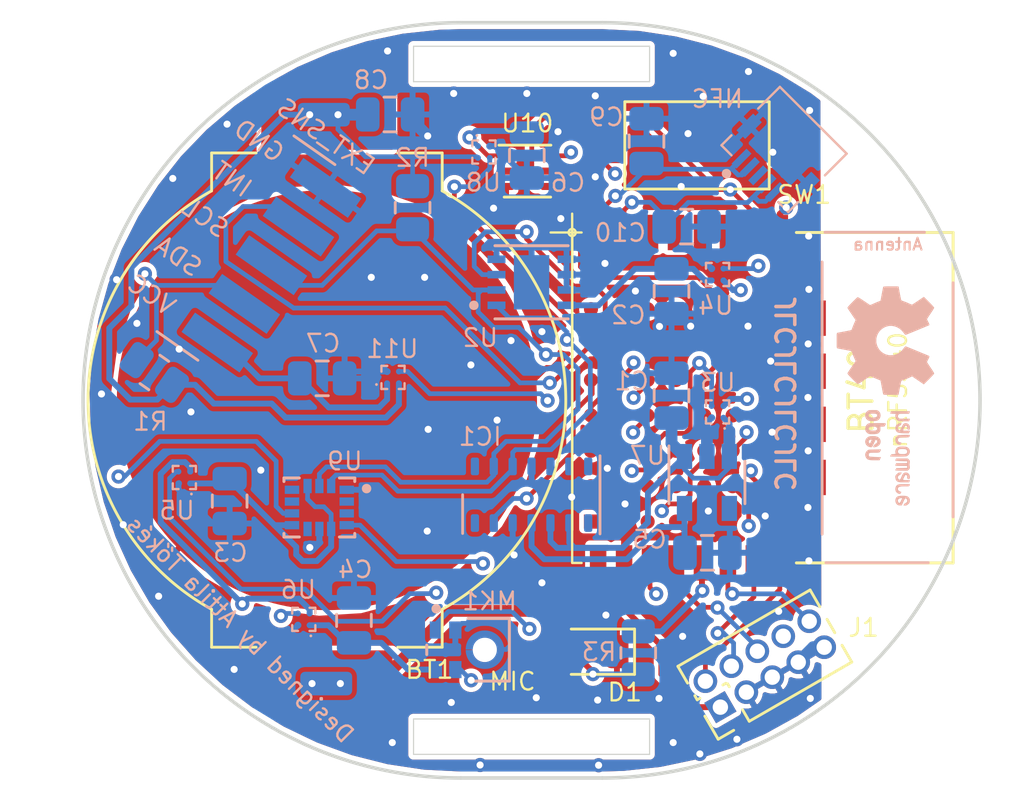
<source format=kicad_pcb>
(kicad_pcb (version 20171130) (host pcbnew 5.1.9-73d0e3b20d~88~ubuntu20.04.1)
  (layers (0 F.Cu signal) (1 In1.Cu power) (2 In2.Cu power) (31 B.Cu signal) (34 B.Paste user hide) (35 F.Paste user hide) (36 B.SilkS user) (37 F.SilkS user) (38 B.Mask user hide) (39 F.Mask user hide) (44 Edge.Cuts user))
  (net 0 "")
  (net 1 +BATT)
  (net 2 GND)
  (net 3 /HRT_INT)
  (net 4 /VDD_SNS_1)
  (net 5 /SDA)
  (net 6 /SCL)
  (net 7 /RESET)
  (net 8 /SWDCLK)
  (net 9 /SWDIO)
  (net 10 /TMP_OUT)
  (net 11 /ACC_INT2)
  (net 12 /ACC_INT1)
  (net 13 /VDD_SNS_3)
  (net 14 /VDD_SNS_2)
  (net 15 /VDD_SNS_4)
  (net 16 /PWR_SNS_1)
  (net 17 /PWR_SNS_2)
  (net 18 /PWR_SNS_3)
  (net 19 /PWR_SNS_4)
  (net 20 /VDD_SNS_5)
  (net 21 /MIC_PDM_DATA)
  (net 22 /MIC_PDM_CLK)
  (net 23 /PWR_SNS_5)
  (net 24 /LIGHT_INT)
  (net 25 /VDD_SNS_6)
  (net 26 "Net-(D1-Pad2)")
  (net 27 /SNS_EXT_INT)
  (net 28 "Net-(R3-Pad2)")
  (net 29 "Net-(SW1-Pad1)")
  (net 30 /PWR_SNS_6)
  (net 31 /1.8V)
  (net 32 /NFC_1)
  (net 33 /NFC_2)
  (net 34 /SWO)
  (module Symbol:OSHW-Logo2_7.3x6mm_SilkScreen (layer B.Cu) (at 84.69 64.47 270)
    (fp_text reference REF** hide)
    (fp_text value OSHW-Logo2_7.3x6mm_SilkScreen hide)
  )
  (module nRF5340-Wearable:BT40 (layer F.Cu) (at 70.72 59.89 270)
    (fp_text reference U1 hide)
    (fp_text value BT40 hide)
    (fp_text user BT40 (at 6.69 -12.24 270) (layer F.SilkS))
    (pad P$F3 smd circle (at 12.24788 -4.39928 90) (size 0.59944 0.59944) (layers F.Cu F.Paste F.Mask) (net 2 GND))
    (pad P$1 smd rect (at 0 -8.79856 90) (size 1.4986 0.6985) (layers F.Cu F.Paste F.Mask) (net 5 /SDA))
    (pad P$2 smd rect (at 0 -7.69874 270) (size 1.4986 0.6985) (layers F.Cu F.Paste F.Mask) (net 6 /SCL))
    (pad P$3 smd rect (at 0 -6.59892 270) (size 1.4986 0.6985) (layers F.Cu F.Paste F.Mask))
    (pad P$4 smd rect (at 0 -5.4991 270) (size 1.4986 0.6985) (layers F.Cu F.Paste F.Mask))
    (pad P$5 smd rect (at 0 -4.39928 270) (size 1.4986 0.6985) (layers F.Cu F.Paste F.Mask))
    (pad P$6 smd rect (at 0 -3.29946 270) (size 1.4986 0.6985) (layers F.Cu F.Paste F.Mask))
    (pad P$7 smd rect (at 0 -2.19964 270) (size 1.4986 0.6985) (layers F.Cu F.Paste F.Mask) (net 32 /NFC_1))
    (pad P$8 smd rect (at 0 -1.09982 270) (size 1.4986 0.6985) (layers F.Cu F.Paste F.Mask) (net 33 /NFC_2))
    (pad P$9 smd rect (at 13.99794 -1.09982 270) (size 1.4986 0.6985) (layers F.Cu F.Paste F.Mask) (net 1 +BATT))
    (pad P$10 smd rect (at 13.99794 -2.19964 270) (size 1.4986 0.6985) (layers F.Cu F.Paste F.Mask) (net 2 GND))
    (pad P$11 smd rect (at 13.99794 -3.29946 270) (size 1.4986 0.6985) (layers F.Cu F.Paste F.Mask) (net 29 "Net-(SW1-Pad1)"))
    (pad P$12 smd rect (at 13.99794 -4.39928 270) (size 1.4986 0.6985) (layers F.Cu F.Paste F.Mask) (net 34 /SWO))
    (pad P$13 smd rect (at 13.99794 -5.4991 270) (size 1.4986 0.6985) (layers F.Cu F.Paste F.Mask) (net 28 "Net-(R3-Pad2)"))
    (pad P$14 smd rect (at 13.99794 -6.59892 270) (size 1.4986 0.6985) (layers F.Cu F.Paste F.Mask) (net 7 /RESET))
    (pad P$15 smd rect (at 13.99794 -7.69874 270) (size 1.4986 0.6985) (layers F.Cu F.Paste F.Mask) (net 8 /SWDCLK))
    (pad P$16 smd rect (at 13.99794 -8.79856 270) (size 1.4986 0.6985) (layers F.Cu F.Paste F.Mask) (net 9 /SWDIO))
    (pad P$A0 smd circle (at 4.7498 -7.99846 90) (size 0.59944 0.59944) (layers F.Cu F.Paste F.Mask) (net 2 GND))
    (pad P$A1 smd circle (at 4.7498 -6.79958 90) (size 0.59944 0.59944) (layers F.Cu F.Paste F.Mask))
    (pad P$A2 smd circle (at 4.7498 -5.59816 90) (size 0.59944 0.59944) (layers F.Cu F.Paste F.Mask))
    (pad P$A3 smd circle (at 4.7498 -4.39928 90) (size 0.59944 0.59944) (layers F.Cu F.Paste F.Mask))
    (pad P$A4 smd circle (at 4.7498 -3.19786 90) (size 0.59944 0.59944) (layers F.Cu F.Paste F.Mask) (net 10 /TMP_OUT))
    (pad P$A5 smd circle (at 4.7498 -1.99898 270) (size 0.59944 0.59944) (layers F.Cu F.Paste F.Mask))
    (pad P$A6 smd circle (at 4.7498 -0.79756 270) (size 0.59944 0.59944) (layers F.Cu F.Paste F.Mask) (net 27 /SNS_EXT_INT))
    (pad P$B0 smd circle (at 6.2484 -7.99846 90) (size 0.59944 0.59944) (layers F.Cu F.Paste F.Mask) (net 2 GND))
    (pad P$B1 smd circle (at 6.2484 -6.79958 90) (size 0.59944 0.59944) (layers F.Cu F.Paste F.Mask))
    (pad P$B2 smd circle (at 6.2484 -5.59816 90) (size 0.59944 0.59944) (layers F.Cu F.Paste F.Mask) (net 24 /LIGHT_INT))
    (pad P$B3 smd circle (at 6.2484 -4.39928 90) (size 0.59944 0.59944) (layers F.Cu F.Paste F.Mask))
    (pad P$B4 smd circle (at 6.2484 -3.19786 90) (size 0.59944 0.59944) (layers F.Cu F.Paste F.Mask) (net 11 /ACC_INT2))
    (pad P$B5 smd circle (at 6.2484 -1.99898 90) (size 0.59944 0.59944) (layers F.Cu F.Paste F.Mask) (net 12 /ACC_INT1))
    (pad P$B6 smd circle (at 6.2484 -0.79756 90) (size 0.59944 0.59944) (layers F.Cu F.Paste F.Mask) (net 3 /HRT_INT))
    (pad P$C0 smd circle (at 7.74954 -7.99846 90) (size 0.59944 0.59944) (layers F.Cu F.Paste F.Mask) (net 2 GND))
    (pad P$C1 smd circle (at 7.74954 -6.79958 90) (size 0.59944 0.59944) (layers F.Cu F.Paste F.Mask))
    (pad P$C2 smd circle (at 7.74954 -5.59816 90) (size 0.59944 0.59944) (layers F.Cu F.Paste F.Mask))
    (pad P$C3 smd circle (at 7.74954 -4.39928 90) (size 0.59944 0.59944) (layers F.Cu F.Paste F.Mask))
    (pad P$C4 smd circle (at 7.74954 -3.19786 90) (size 0.59944 0.59944) (layers F.Cu F.Paste F.Mask) (net 30 /PWR_SNS_6))
    (pad P$C5 smd circle (at 7.74954 -1.99898 90) (size 0.59944 0.59944) (layers F.Cu F.Paste F.Mask))
    (pad P$C6 smd circle (at 7.74954 -0.79756 90) (size 0.59944 0.59944) (layers F.Cu F.Paste F.Mask) (net 23 /PWR_SNS_5))
    (pad P$D0 smd circle (at 9.24814 -7.99846 90) (size 0.59944 0.59944) (layers F.Cu F.Paste F.Mask) (net 2 GND))
    (pad P$D1 smd circle (at 9.24814 -6.79958 90) (size 0.59944 0.59944) (layers F.Cu F.Paste F.Mask) (net 19 /PWR_SNS_4))
    (pad P$D2 smd circle (at 9.24814 -5.59816 90) (size 0.59944 0.59944) (layers F.Cu F.Paste F.Mask) (net 18 /PWR_SNS_3))
    (pad P$D3 smd circle (at 9.24814 -4.39928 90) (size 0.59944 0.59944) (layers F.Cu F.Paste F.Mask) (net 17 /PWR_SNS_2))
    (pad P$D4 smd circle (at 9.24814 -3.19786 90) (size 0.59944 0.59944) (layers F.Cu F.Paste F.Mask) (net 16 /PWR_SNS_1))
    (pad P$D5 smd circle (at 9.24814 -1.99898 90) (size 0.59944 0.59944) (layers F.Cu F.Paste F.Mask))
    (pad P$D6 smd circle (at 9.24814 -0.79756 90) (size 0.59944 0.59944) (layers F.Cu F.Paste F.Mask))
    (pad P$E0 smd circle (at 10.74928 -7.99846 90) (size 0.59944 0.59944) (layers F.Cu F.Paste F.Mask) (net 21 /MIC_PDM_DATA))
    (pad P$E1 smd circle (at 10.74928 -6.79958 90) (size 0.59944 0.59944) (layers F.Cu F.Paste F.Mask) (net 22 /MIC_PDM_CLK))
    (pad P$E2 smd circle (at 10.74928 -5.59816 90) (size 0.59944 0.59944) (layers F.Cu F.Paste F.Mask))
    (pad P$E3 smd circle (at 10.74928 -4.39928 90) (size 0.59944 0.59944) (layers F.Cu F.Paste F.Mask))
    (pad P$E4 smd circle (at 10.74928 -3.19786 90) (size 0.59944 0.59944) (layers F.Cu F.Paste F.Mask))
    (pad P$E5 smd circle (at 10.74928 -1.99898 270) (size 0.59944 0.59944) (layers F.Cu F.Paste F.Mask))
    (pad P$E6 smd circle (at 10.74928 -0.79756 270) (size 0.59944 0.59944) (layers F.Cu F.Paste F.Mask))
    (pad P$F0 smd rect (at 3.62966 -9.99998 270) (size 1.4986 1.4986) (layers F.Cu F.Paste F.Mask) (net 2 GND))
    (pad P$F1 smd rect (at 5.87756 -9.99998 270) (size 1.4986 1.4986) (layers F.Cu F.Paste F.Mask) (net 2 GND))
    (pad P$F2 smd rect (at 8.128 -9.99998 270) (size 1.4986 1.4986) (layers F.Cu F.Paste F.Mask) (net 2 GND))
    (pad P$F3 smd rect (at 10.37844 -9.99998 270) (size 1.4986 1.4986) (layers F.Cu F.Paste F.Mask) (net 2 GND))
    (pad P$F4 smd circle (at 12.24788 -3.19786 90) (size 0.59944 0.59944) (layers F.Cu F.Paste F.Mask))
    (pad P$F5 smd circle (at 12.24788 -1.99898 270) (size 0.59944 0.59944) (layers F.Cu F.Paste F.Mask))
    (pad P$F6 smd rect (at 12.24788 -0.79756 270) (size 0.59944 0.59944) (layers F.Cu F.Paste F.Mask))
    (pad P$Z0 smd circle (at 3.24866 -7.99846 90) (size 0.59944 0.59944) (layers F.Cu F.Paste F.Mask))
    (pad P$Z1 smd circle (at 3.24866 -6.79958 90) (size 0.59944 0.59944) (layers F.Cu F.Paste F.Mask))
    (pad P$Z2 smd circle (at 3.24866 -5.59816 90) (size 0.59944 0.59944) (layers F.Cu F.Paste F.Mask))
    (pad P$Z3 smd circle (at 3.24866 -4.39928 90) (size 0.59944 0.59944) (layers F.Cu F.Paste F.Mask))
    (pad P$Z4 smd circle (at 3.24866 -3.19786 90) (size 0.59944 0.59944) (layers F.Cu F.Paste F.Mask))
    (pad P$Z5 smd circle (at 3.24866 -1.99898 270) (size 0.59944 0.59944) (layers F.Cu F.Paste F.Mask))
    (pad P$Z6 smd circle (at 3.24866 -0.79756 270) (size 0.59944 0.59944) (layers F.Cu F.Paste F.Mask))
  )
  (module nRF5340-Wearable:BGA4C40P2X2_84X84X60N (layer B.Cu) (at 63.13 66.03)
    (fp_text reference U11 (at -0.03 -1.21 180) (layer B.SilkS) (effects (font (size 0.75 0.75) (thickness 0.1)) (justify mirror)))
    (fp_text value FPF1107)
    (pad B1 smd circle (at -0.25 -0.25) (size 0.25 0.25) (layers B.Cu B.Paste B.Mask) (net 2 GND))
    (pad B2 smd circle (at 0.25 -0.25) (size 0.25 0.25) (layers B.Cu B.Paste B.Mask) (net 30 /PWR_SNS_6))
    (pad A2 smd circle (at 0.25 0.25) (size 0.25 0.25) (layers B.Cu B.Paste B.Mask) (net 1 +BATT))
    (pad A1 smd circle (at -0.25 0.25) (size 0.25 0.25) (layers B.Cu B.Paste B.Mask) (net 25 /VDD_SNS_6))
  )
  (module nRF5340-Wearable:BGA4C40P2X2_84X84X60N (layer B.Cu) (at 66.98 56.48 270)
    (fp_text reference U8 (at 1.29 0.02 180) (layer B.SilkS) (effects (font (size 0.75 0.75) (thickness 0.1)) (justify mirror)))
    (fp_text value FPF1107)
    (pad B1 smd circle (at -0.25 -0.25 270) (size 0.25 0.25) (layers B.Cu B.Paste B.Mask) (net 2 GND))
    (pad B2 smd circle (at 0.25 -0.25 270) (size 0.25 0.25) (layers B.Cu B.Paste B.Mask) (net 23 /PWR_SNS_5))
    (pad A2 smd circle (at 0.25 0.25 270) (size 0.25 0.25) (layers B.Cu B.Paste B.Mask) (net 1 +BATT))
    (pad A1 smd circle (at -0.25 0.25 270) (size 0.25 0.25) (layers B.Cu B.Paste B.Mask) (net 20 /VDD_SNS_5))
  )
  (module nRF5340-Wearable:BGA4C40P2X2_84X84X60N (layer B.Cu) (at 59.35 76.28 90)
    (fp_text reference U6 (at 1.26 -0.23 180) (layer B.SilkS) (effects (font (size 0.75 0.75) (thickness 0.1)) (justify mirror)))
    (fp_text value FPF1107)
    (pad B1 smd circle (at -0.25 -0.25 90) (size 0.25 0.25) (layers B.Cu B.Paste B.Mask) (net 2 GND))
    (pad B2 smd circle (at 0.25 -0.25 90) (size 0.25 0.25) (layers B.Cu B.Paste B.Mask) (net 19 /PWR_SNS_4))
    (pad A2 smd circle (at 0.25 0.25 90) (size 0.25 0.25) (layers B.Cu B.Paste B.Mask) (net 1 +BATT))
    (pad A1 smd circle (at -0.25 0.25 90) (size 0.25 0.25) (layers B.Cu B.Paste B.Mask) (net 15 /VDD_SNS_4))
  )
  (module nRF5340-Wearable:BGA4C40P2X2_84X84X60N (layer B.Cu) (at 54.29 70.27 90)
    (fp_text reference U5 (at -1.4 -0.31 180) (layer B.SilkS) (effects (font (size 0.75 0.75) (thickness 0.1)) (justify mirror)))
    (fp_text value FPF1107)
    (pad B1 smd circle (at -0.25 -0.25 90) (size 0.25 0.25) (layers B.Cu B.Paste B.Mask) (net 2 GND))
    (pad B2 smd circle (at 0.25 -0.25 90) (size 0.25 0.25) (layers B.Cu B.Paste B.Mask) (net 18 /PWR_SNS_3))
    (pad A2 smd circle (at 0.25 0.25 90) (size 0.25 0.25) (layers B.Cu B.Paste B.Mask) (net 1 +BATT))
    (pad A1 smd circle (at -0.25 0.25 90) (size 0.25 0.25) (layers B.Cu B.Paste B.Mask) (net 13 /VDD_SNS_3))
  )
  (module nRF5340-Wearable:BGA4C40P2X2_84X84X60N (layer B.Cu) (at 76.88 61.67)
    (fp_text reference U4 (at -0.08 1.32 180) (layer B.SilkS) (effects (font (size 0.75 0.75) (thickness 0.1)) (justify mirror)))
    (fp_text value FPF1107)
    (pad B1 smd circle (at -0.25 -0.25) (size 0.25 0.25) (layers B.Cu B.Paste B.Mask) (net 2 GND))
    (pad B2 smd circle (at 0.25 -0.25) (size 0.25 0.25) (layers B.Cu B.Paste B.Mask) (net 17 /PWR_SNS_2))
    (pad A2 smd circle (at 0.25 0.25) (size 0.25 0.25) (layers B.Cu B.Paste B.Mask) (net 1 +BATT))
    (pad A1 smd circle (at -0.25 0.25) (size 0.25 0.25) (layers B.Cu B.Paste B.Mask) (net 14 /VDD_SNS_2))
  )
  (module nRF5340-Wearable:BGA4C40P2X2_84X84X60N (layer B.Cu) (at 76.88 67.49 90)
    (fp_text reference U3 (at 1.24 0.01 180) (layer B.SilkS) (effects (font (size 0.75 0.75) (thickness 0.1)) (justify mirror)))
    (fp_text value FPF1107)
    (pad B1 smd circle (at -0.25 -0.25 90) (size 0.25 0.25) (layers B.Cu B.Paste B.Mask) (net 2 GND))
    (pad B2 smd circle (at 0.25 -0.25 90) (size 0.25 0.25) (layers B.Cu B.Paste B.Mask) (net 16 /PWR_SNS_1))
    (pad A2 smd circle (at 0.25 0.25 90) (size 0.25 0.25) (layers B.Cu B.Paste B.Mask) (net 1 +BATT))
    (pad A1 smd circle (at -0.25 0.25 90) (size 0.25 0.25) (layers B.Cu B.Paste B.Mask) (net 4 /VDD_SNS_1))
  )
  (module nRF5340-Wearable:59453051110ECHLF (layer B.Cu) (at 79.45 56.62 315)
    (fp_text reference J3 hide)
    (fp_text value 59453-051110ECHLF hide)
    (pad 1 smd rect (at -1 1.2 315) (size 0.3 0.9) (layers B.Cu B.Paste B.Mask) (net 33 /NFC_2))
    (pad 2 smd rect (at -0.5 1.2 315) (size 0.3 0.9) (layers B.Cu B.Paste B.Mask) (net 33 /NFC_2))
    (pad 3 smd rect (at 0 1.2 315) (size 0.3 0.9) (layers B.Cu B.Paste B.Mask))
    (pad 4 smd rect (at 0.5 1.2 315) (size 0.3 0.9) (layers B.Cu B.Paste B.Mask) (net 32 /NFC_1))
    (pad 5 smd rect (at 1 1.2 315) (size 0.3 0.9) (layers B.Cu B.Paste B.Mask) (net 32 /NFC_1))
    (pad 6 smd rect (at -1.74 0 315) (size 0.52 1) (layers B.Cu B.Paste B.Mask) (net 2 GND))
    (pad 7 smd rect (at 1.74 0 315) (size 0.52 1) (layers B.Cu B.Paste B.Mask) (net 2 GND))
  )
  (module Capacitor_SMD:C_0805_2012Metric (layer B.Cu) (at 75.57 59.64)
    (fp_text reference C10 (at -2.81 0.26 180) (layer B.SilkS) (effects (font (size 0.75 0.75) (thickness 0.1)) (justify mirror)))
    (fp_text value 0.1u)
    (pad 2 smd roundrect (at 0.95 0) (size 1 1.45) (layers B.Cu B.Paste B.Mask) (net 2 GND))
    (pad 1 smd roundrect (at -0.95 0) (size 1 1.45) (layers B.Cu B.Paste B.Mask) (net 32 /NFC_1))
  )
  (module Capacitor_SMD:C_0805_2012Metric (layer B.Cu) (at 73.87 56.02 270)
    (fp_text reference C9 (at -1.02 1.7) (layer B.SilkS) (effects (font (size 0.75 0.75) (thickness 0.1)) (justify mirror)))
    (fp_text value 0.1u)
    (pad 2 smd roundrect (at 0.95 0 270) (size 1 1.45) (layers B.Cu B.Paste B.Mask) (net 33 /NFC_2))
    (pad 1 smd roundrect (at -0.95 0 270) (size 1 1.45) (layers B.Cu B.Paste B.Mask) (net 2 GND))
  )
  (module Capacitor_SMD:C_0805_2012Metric (layer B.Cu) (at 63.01 54.89)
    (fp_text reference C8 (at -0.81 -1.46) (layer B.SilkS) (effects (font (size 0.75 0.75) (thickness 0.1)) (justify mirror)))
    (fp_text value 0.1u)
    (pad 2 smd roundrect (at 0.95 0) (size 1 1.45) (layers B.Cu B.Paste B.Mask) (net 2 GND))
    (pad 1 smd roundrect (at -0.95 0) (size 1 1.45) (layers B.Cu B.Paste B.Mask) (net 1 +BATT))
  )
  (module Connector_PinHeader_2.00mm:PinHeader_1x05_P2.00mm_Vertical_SMD_Pin1Left (layer B.Cu) (at 56.3 60.1 325)
    (fp_text reference J2 hide)
    (fp_text value SNS_EXT)
    (fp_text user VCC (at -1.4 3.95 325) (layer B.SilkS) (effects (font (size 0.75 0.75) (thickness 0.1)) (justify mirror)))
    (fp_text user SCL (at -1.4 -0.03 325) (layer B.SilkS) (effects (font (size 0.75 0.75) (thickness 0.1)) (justify mirror)))
    (fp_text user GND (at -1.4 -4.01 325) (layer B.SilkS) (effects (font (size 0.75 0.75) (thickness 0.1)) (justify mirror)))
    (fp_text user INT (at -1.4 -2.02 325) (layer B.SilkS) (effects (font (size 0.75 0.75) (thickness 0.1)) (justify mirror)))
    (fp_text user SDA (at -1.4 1.96 325) (layer B.SilkS) (effects (font (size 0.75 0.75) (thickness 0.1)) (justify mirror)))
    (pad 4 smd rect (at 2.05 -2 325) (size 3 1) (layers B.Cu B.Paste B.Mask) (net 27 /SNS_EXT_INT))
    (pad 2 smd rect (at 2.05 2 325) (size 3 1) (layers B.Cu B.Paste B.Mask) (net 5 /SDA))
    (pad 5 smd rect (at 2.05 -4 325) (size 3 1) (layers B.Cu B.Paste B.Mask) (net 2 GND))
    (pad 3 smd rect (at 2.05 0 325) (size 3 1) (layers B.Cu B.Paste B.Mask) (net 6 /SCL))
    (pad 1 smd rect (at 2.05 4 325) (size 3 1) (layers B.Cu B.Paste B.Mask) (net 25 /VDD_SNS_6))
  )
  (module Button_Switch_SMD:SW_SPST_CK_RS282G05A3 (layer F.Cu) (at 76.01 56.2)
    (fp_text reference SW1 (at 4.54 2.09) (layer F.SilkS) (effects (font (size 0.75 0.75) (thickness 0.1))))
    (fp_text value SW_Push)
    (pad 2 smd rect (at 3.9 0) (size 1.5 1.5) (layers F.Cu F.Paste F.Mask) (net 2 GND))
    (pad 1 smd rect (at -3.9 0) (size 1.5 1.5) (layers F.Cu F.Paste F.Mask) (net 29 "Net-(SW1-Pad1)"))
  )
  (module Resistor_SMD:R_0805_2012Metric (layer B.Cu) (at 73.52 77.7 90)
    (fp_text reference R3 (at 0.04 -1.66 180) (layer B.SilkS) (effects (font (size 0.75 0.75) (thickness 0.1)) (justify mirror)))
    (fp_text value 220)
    (pad 2 smd roundrect (at 0.9125 0 90) (size 1.025 1.4) (layers B.Cu B.Paste B.Mask) (roundrect_rratio 0.2439004878048781) (net 28 "Net-(R3-Pad2)"))
    (pad 1 smd roundrect (at -0.9125 0 90) (size 1.025 1.4) (layers B.Cu B.Paste B.Mask) (roundrect_rratio 0.2439004878048781) (net 26 "Net-(D1-Pad2)"))
  )
  (module LED_SMD:LED_0805_2012Metric (layer F.Cu) (at 71.68 77.65 180)
    (fp_text reference D1 (at -1.27 -1.72) (layer F.SilkS) (effects (font (size 0.75 0.75) (thickness 0.1))))
    (fp_text value LED_Small)
    (pad 2 smd roundrect (at 0.9375 0 180) (size 0.975 1.4) (layers F.Cu F.Paste F.Mask) (net 26 "Net-(D1-Pad2)"))
    (pad 1 smd roundrect (at -0.9375 0 180) (size 0.975 1.4) (layers F.Cu F.Paste F.Mask) (net 2 GND))
  )
  (module Capacitor_SMD:C_0805_2012Metric (layer B.Cu) (at 60.13 66.07)
    (fp_text reference C7 (at 0.04 -1.48) (layer B.SilkS) (effects (font (size 0.75 0.75) (thickness 0.1)) (justify mirror)))
    (fp_text value 0.1u)
    (pad 2 smd roundrect (at 0.95 0) (size 1 1.45) (layers B.Cu B.Paste B.Mask) (net 2 GND))
    (pad 1 smd roundrect (at -0.95 0) (size 1 1.45) (layers B.Cu B.Paste B.Mask) (net 25 /VDD_SNS_6))
  )
  (module OptoDevice:Lite-On_LTR-303ALS-01 (layer F.Cu) (at 68.82 57.29)
    (fp_text reference U10 (at 0 -2.025) (layer F.SilkS) (effects (font (size 0.75 0.75) (thickness 0.1))))
    (fp_text value LTR-303ALS-01)
    (pad 6 smd roundrect (at 0.9 -0.65) (size 0.65 0.3) (layers F.Cu F.Paste F.Mask) (net 5 /SDA))
    (pad 5 smd roundrect (at 0.9 0) (size 0.65 0.3) (layers F.Cu F.Paste F.Mask) (net 24 /LIGHT_INT))
    (pad 4 smd roundrect (at 0.9 0.65) (size 0.65 0.3) (layers F.Cu F.Paste F.Mask) (net 6 /SCL))
    (pad 3 smd roundrect (at -0.9 0.65) (size 0.65 0.3) (layers F.Cu F.Paste F.Mask) (net 2 GND))
    (pad 2 smd roundrect (at -0.9 0) (size 0.65 0.3) (layers F.Cu F.Paste F.Mask))
    (pad 1 smd roundrect (at -0.9 -0.65) (size 0.65 0.3) (layers F.Cu F.Paste F.Mask) (net 20 /VDD_SNS_5))
  )
  (module Resistor_SMD:R_0805_2012Metric (layer B.Cu) (at 63.96 58.84 270)
    (fp_text reference R2 (at -2.12 0 180) (layer B.SilkS) (effects (font (size 0.75 0.75) (thickness 0.1)) (justify mirror)))
    (fp_text value 10k)
    (pad 2 smd roundrect (at 0.9125 0 270) (size 1.025 1.4) (layers B.Cu B.Paste B.Mask) (roundrect_rratio 0.2439004878048781) (net 6 /SCL))
    (pad 1 smd roundrect (at -0.9125 0 270) (size 1.025 1.4) (layers B.Cu B.Paste B.Mask) (roundrect_rratio 0.2439004878048781) (net 1 +BATT))
  )
  (module Resistor_SMD:R_0805_2012Metric (layer B.Cu) (at 53.02 65.82 145)
    (fp_text reference R1 (at -1.053783 -1.801344 180) (layer B.SilkS) (effects (font (size 0.75 0.75) (thickness 0.1)) (justify mirror)))
    (fp_text value 10k)
    (pad 2 smd roundrect (at 0.9125 0 145) (size 1.025 1.4) (layers B.Cu B.Paste B.Mask) (roundrect_rratio 0.2439004878048781) (net 5 /SDA))
    (pad 1 smd roundrect (at -0.9125 0 145) (size 1.025 1.4) (layers B.Cu B.Paste B.Mask) (roundrect_rratio 0.2439004878048781) (net 1 +BATT))
  )
  (module nRF5340-Wearable:PQFN50P300X250X97-14N (layer B.Cu) (at 60.01 71.54 180)
    (fp_text reference U9 (at -1.08 1.96) (layer B.SilkS) (effects (font (size 0.75 0.75) (thickness 0.1)) (justify mirror)))
    (fp_text value ICM-42605)
    (pad 5 smd rect (at -0.5 -0.91 180) (size 0.35 0.61) (layers B.Cu B.Paste B.Mask) (net 13 /VDD_SNS_3))
    (pad 6 smd rect (at 0 -0.91 180) (size 0.35 0.61) (layers B.Cu B.Paste B.Mask) (net 2 GND))
    (pad 7 smd rect (at 0.5 -0.91 180) (size 0.35 0.61) (layers B.Cu B.Paste B.Mask))
    (pad 8 smd rect (at 1.16 -0.75 180) (size 0.61 0.35) (layers B.Cu B.Paste B.Mask) (net 13 /VDD_SNS_3))
    (pad 9 smd rect (at 1.16 -0.25 180) (size 0.61 0.35) (layers B.Cu B.Paste B.Mask) (net 11 /ACC_INT2))
    (pad 10 smd rect (at 1.16 0.25 180) (size 0.61 0.35) (layers B.Cu B.Paste B.Mask))
    (pad 11 smd rect (at 1.16 0.75 180) (size 0.61 0.35) (layers B.Cu B.Paste B.Mask))
    (pad 12 smd rect (at 0.5 0.91 180) (size 0.35 0.61) (layers B.Cu B.Paste B.Mask) (net 13 /VDD_SNS_3))
    (pad 13 smd rect (at 0 0.91 180) (size 0.35 0.61) (layers B.Cu B.Paste B.Mask) (net 6 /SCL))
    (pad 14 smd rect (at -0.5 0.91 180) (size 0.35 0.61) (layers B.Cu B.Paste B.Mask) (net 5 /SDA))
    (pad 1 smd rect (at -1.16 0.75 180) (size 0.61 0.35) (layers B.Cu B.Paste B.Mask) (net 2 GND))
    (pad 2 smd rect (at -1.16 0.25 180) (size 0.61 0.35) (layers B.Cu B.Paste B.Mask))
    (pad 3 smd rect (at -1.16 -0.25 180) (size 0.61 0.35) (layers B.Cu B.Paste B.Mask))
    (pad 4 smd rect (at -1.16 -0.75 180) (size 0.61 0.35) (layers B.Cu B.Paste B.Mask) (net 12 /ACC_INT1))
  )
  (module nRF5340-Wearable:MIC_ICS-41350 (layer B.Cu) (at 66.31 77.57 270)
    (fp_text reference MK1 (at -2.06 -0.91 180) (layer B.SilkS) (effects (font (size 0.75 0.75) (thickness 0.1)) (justify mirror)))
    (fp_text value ICS-41350)
    (fp_poly (pts (xy -0.01 -0.2) (xy -0.01 0.1) (xy -0.02 0.1) (xy -0.061869 0.098904) (xy -0.103623 0.095618) (xy -0.145148 0.090151) (xy -0.186329 0.082518) (xy -0.227055 0.072741) (xy -0.267214 0.060845) (xy -0.306694 0.046864) (xy -0.345389 0.030836) (xy -0.383192 0.012805) (xy -0.42 -0.00718) (xy -0.455711 -0.029064) (xy -0.490228 -0.052786) (xy -0.523456 -0.078283) (xy -0.555304 -0.105484) (xy -0.585685 -0.134315) (xy -0.614516 -0.164696) (xy -0.641717 -0.196544) (xy -0.667214 -0.229772) (xy -0.690936 -0.264289) (xy -0.71282 -0.3) (xy -0.732805 -0.336808) (xy -0.750836 -0.374611) (xy -0.766864 -0.413306) (xy -0.780845 -0.452786) (xy -0.792741 -0.492945) (xy -0.802518 -0.533671) (xy -0.810151 -0.574852) (xy -0.815618 -0.616377) (xy -0.818904 -0.658131) (xy -0.82 -0.7) (xy -0.82 -0.71) (xy -0.818876 -0.752915) (xy -0.815508 -0.795713) (xy -0.809904 -0.838276) (xy -0.802081 -0.880488) (xy -0.792059 -0.922232) (xy -0.779866 -0.963394) (xy -0.765536 -1.003862) (xy -0.749107 -1.043524) (xy -0.730625 -1.082272) (xy -0.710141 -1.12) (xy -0.68771 -1.156604) (xy -0.663394 -1.191984) (xy -0.63726 -1.226043) (xy -0.609379 -1.258687) (xy -0.579828 -1.289828) (xy -0.548687 -1.319379) (xy -0.516043 -1.34726) (xy -0.481984 -1.373394) (xy -0.446604 -1.39771) (xy -0.41 -1.420141) (xy -0.372272 -1.440625) (xy -0.333524 -1.459107) (xy -0.293862 -1.475536) (xy -0.253394 -1.489866) (xy -0.212232 -1.502059) (xy -0.170488 -1.512081) (xy -0.128276 -1.519904) (xy -0.085713 -1.525508) (xy -0.042915 -1.528876) (xy 0 -1.53) (xy 0.01 -1.53) (xy 0.051869 -1.528904) (xy 0.093623 -1.525618) (xy 0.135148 -1.520151) (xy 0.176329 -1.512518) (xy 0.217055 -1.502741) (xy 0.257214 -1.490845) (xy 0.296694 -1.476864) (xy 0.335389 -1.460836) (xy 0.373192 -1.442805) (xy 0.41 -1.42282) (xy 0.445711 -1.400936) (xy 0.480228 -1.377214) (xy 0.513456 -1.351717) (xy 0.545304 -1.324516) (xy 0.575685 -1.295685) (xy 0.604516 -1.265304) (xy 0.631717 -1.233456) (xy 0.657214 -1.200228) (xy 0.680936 -1.165711) (xy 0.70282 -1.13) (xy 0.722805 -1.093192) (xy 0.740836 -1.055389) (xy 0.756864 -1.016694) (xy 0.770845 -0.977214) (xy 0.782741 -0.937055) (xy 0.792518 -0.896329) (xy 0.800151 -0.855148) (xy 0.805618 -0.813623) (xy 0.808904 -0.771869) (xy 0.81 -0.73) (xy 0.81 -0.7) (xy 0.808904 -0.658131) (xy 0.805618 -0.616377) (xy 0.800151 -0.574852) (xy 0.792518 -0.533671) (xy 0.782741 -0.492945) (xy 0.770845 -0.452786) (xy 0.756864 -0.413306) (xy 0.740836 -0.374611) (xy 0.722805 -0.336808) (xy 0.70282 -0.3) (xy 0.680936 -0.264289) (xy 0.657214 -0.229772) (xy 0.631717 -0.196544) (xy 0.604516 -0.164696) (xy 0.575685 -0.134315) (xy 0.545304 -0.105484) (xy 0.513456 -0.078283) (xy 0.480228 -0.052786) (xy 0.445711 -0.029064) (xy 0.41 -0.00718) (xy 0.373192 0.012805) (xy 0.335389 0.030836) (xy 0.296694 0.046864) (xy 0.257214 0.060845) (xy 0.217055 0.072741) (xy 0.176329 0.082518) (xy 0.135148 0.090151) (xy 0.093623 0.095618) (xy 0.051869 0.098904) (xy 0.01 0.1) (xy 0.01 -0.2) (xy 0.02 -0.2) (xy 0.046168 -0.200685) (xy 0.072264 -0.202739) (xy 0.098217 -0.206156) (xy 0.123956 -0.210926) (xy 0.14941 -0.217037) (xy 0.174508 -0.224472) (xy 0.199184 -0.23321) (xy 0.223368 -0.243227) (xy 0.246995 -0.254497) (xy 0.27 -0.266987) (xy 0.29232 -0.280665) (xy 0.313893 -0.295492) (xy 0.33466 -0.311427) (xy 0.354565 -0.328428) (xy 0.373553 -0.346447) (xy 0.391572 -0.365435) (xy 0.408573 -0.38534) (xy 0.424508 -0.406107) (xy 0.439335 -0.42768) (xy 0.453013 -0.45) (xy 0.465503 -0.473005) (xy 0.476773 -0.496632) (xy 0.48679 -0.520816) (xy 0.495528 -0.545492) (xy 0.502963 -0.57059) (xy 0.509074 -0.596044) (xy 0.513844 -0.621783) (xy 0.517261 -0.647736) (xy 0.519315 -0.673832) (xy 0.52 -0.7) (xy 0.519287 -0.727215) (xy 0.517151 -0.754355) (xy 0.513598 -0.781346) (xy 0.508637 -0.808114) (xy 0.502281 -0.834586) (xy 0.494549 -0.860689) (xy 0.485462 -0.886351) (xy 0.475044 -0.911503) (xy 0.463323 -0.936075) (xy 0.450333 -0.96) (xy 0.436109 -0.983212) (xy 0.420689 -1.005648) (xy 0.404116 -1.027247) (xy 0.386435 -1.047948) (xy 0.367696 -1.067696) (xy 0.347948 -1.086435) (xy 0.327247 -1.104116) (xy 0.305648 -1.120689) (xy 0.283212 -1.136109) (xy 0.26 -1.150333) (xy 0.236075 -1.163323) (xy 0.211503 -1.175044) (xy 0.186351 -1.185462) (xy 0.160689 -1.194549) (xy 0.134586 -1.202281) (xy 0.108114 -1.208637) (xy 0.081346 -1.213598) (xy 0.054355 -1.217151) (xy 0.027215 -1.219287) (xy 0 -1.22) (xy -0.01 -1.22) (xy -0.036168 -1.219315) (xy -0.062264 -1.217261) (xy -0.088217 -1.213844) (xy -0.113956 -1.209074) (xy -0.13941 -1.202963) (xy -0.164508 -1.195528) (xy -0.189184 -1.18679) (xy -0.213368 -1.176773) (xy -0.236995 -1.165503) (xy -0.26 -1.153013) (xy -0.28232 -1.139335) (xy -0.303893 -1.124508) (xy -0.32466 -1.108573) (xy -0.344565 -1.091572) (xy -0.363553 -1.073553) (xy -0.381572 -1.054565) (xy -0.398573 -1.03466) (xy -0.414508 -1.013893) (xy -0.429335 -0.99232) (xy -0.443013 -0.97) (xy -0.455503 -0.946995) (xy -0.466773 -0.923368) (xy -0.47679 -0.899184) (xy -0.485528 -0.874508) (xy -0.492963 -0.84941) (xy -0.499074 -0.823956) (xy -0.503844 -0.798217) (xy -0.507261 -0.772264) (xy -0.509315 -0.746168) (xy -0.51 -0.72) (xy -0.51 -0.7) (xy -0.509315 -0.673832) (xy -0.507261 -0.647736) (xy -0.503844 -0.621783) (xy -0.499074 -0.596044) (xy -0.492963 -0.57059) (xy -0.485528 -0.545492) (xy -0.47679 -0.520816) (xy -0.466773 -0.496632) (xy -0.455503 -0.473005) (xy -0.443013 -0.45) (xy -0.429335 -0.42768) (xy -0.414508 -0.406107) (xy -0.398573 -0.38534) (xy -0.381572 -0.365435) (xy -0.363553 -0.346447) (xy -0.344565 -0.328428) (xy -0.32466 -0.311427) (xy -0.303893 -0.295492) (xy -0.28232 -0.280665) (xy -0.26 -0.266987) (xy -0.236995 -0.254497) (xy -0.213368 -0.243227) (xy -0.189184 -0.23321) (xy -0.164508 -0.224472) (xy -0.13941 -0.217037) (xy -0.113956 -0.210926) (xy -0.088217 -0.206156) (xy -0.062264 -0.202739) (xy -0.036168 -0.200685) (xy -0.01 -0.2)) (layer B.Cu) (width 0.001))
    (pad 1 smd rect (at -0.8375 1.361 270) (size 0.725 0.522) (layers B.Cu B.Mask) (net 21 /MIC_PDM_DATA))
    (pad 2 smd rect (at -0.8375 0.539 270) (size 0.725 0.522) (layers B.Cu B.Mask) (net 2 GND))
    (pad 3 smd rect (at -0.0155 -1.383 270) (size 0.2 0.2) (layers B.Cu) (net 2 GND))
    (pad 4 smd rect (at 0.8375 0.539 270) (size 0.725 0.522) (layers B.Cu B.Mask) (net 22 /MIC_PDM_CLK))
    (pad 5 smd rect (at 0.8375 1.361 270) (size 0.725 0.522) (layers B.Cu B.Mask) (net 15 /VDD_SNS_4))
    (pad None np_thru_hole circle (at 0 -0.713 270) (size 0.65 0.65) (drill 0.65) (layers *.Cu *.Mask))
  )
  (module Capacitor_SMD:C_0805_2012Metric (layer B.Cu) (at 68.8 56.63 270)
    (fp_text reference C6 (at 1.15 -1.74) (layer B.SilkS) (effects (font (size 0.75 0.75) (thickness 0.1)) (justify mirror)))
    (fp_text value 0.1u)
    (pad 2 smd roundrect (at 0.95 0 270) (size 1 1.45) (layers B.Cu B.Paste B.Mask) (net 2 GND))
    (pad 1 smd roundrect (at -0.95 0 270) (size 1 1.45) (layers B.Cu B.Paste B.Mask) (net 20 /VDD_SNS_5))
  )
  (module Capacitor_SMD:C_0805_2012Metric (layer B.Cu) (at 76.45 73.46)
    (fp_text reference C5 (at -2.45 -0.562) (layer B.SilkS) (effects (font (size 0.75 0.75) (thickness 0.1)) (justify mirror)))
    (fp_text value 0.1u)
    (pad 2 smd roundrect (at 0.95 0) (size 1 1.45) (layers B.Cu B.Paste B.Mask) (net 2 GND))
    (pad 1 smd roundrect (at -0.95 0) (size 1 1.45) (layers B.Cu B.Paste B.Mask) (net 31 /1.8V))
  )
  (module Capacitor_SMD:C_0805_2012Metric (layer B.Cu) (at 61.476 76.324 90)
    (fp_text reference C4 (at 2.154 0.054) (layer B.SilkS) (effects (font (size 0.7 0.75) (thickness 0.1)) (justify mirror)))
    (fp_text value 0.1u)
    (pad 2 smd roundrect (at 0.95 0 90) (size 1 1.45) (layers B.Cu B.Paste B.Mask) (net 2 GND))
    (pad 1 smd roundrect (at -0.95 0 90) (size 1 1.45) (layers B.Cu B.Paste B.Mask) (net 15 /VDD_SNS_4))
  )
  (module Capacitor_SMD:C_0805_2012Metric (layer B.Cu) (at 56.21 71.27 270)
    (fp_text reference C3 (at 2.19 -0.03 180) (layer B.SilkS) (effects (font (size 0.75 0.75) (thickness 0.1)) (justify mirror)))
    (fp_text value 0.1u)
    (pad 2 smd roundrect (at 0.95 0 270) (size 1 1.45) (layers B.Cu B.Paste B.Mask) (net 2 GND))
    (pad 1 smd roundrect (at -0.95 0 270) (size 1 1.45) (layers B.Cu B.Paste B.Mask) (net 13 /VDD_SNS_3))
  )
  (module Capacitor_SMD:C_0805_2012Metric (layer B.Cu) (at 74.93 62.38 270)
    (fp_text reference C2 (at 1.01 1.83) (layer B.SilkS) (effects (font (size 0.75 0.75) (thickness 0.1)) (justify mirror)))
    (fp_text value 0.1u)
    (pad 2 smd roundrect (at 0.95 0 270) (size 1 1.45) (layers B.Cu B.Paste B.Mask) (net 2 GND))
    (pad 1 smd roundrect (at -0.95 0 270) (size 1 1.45) (layers B.Cu B.Paste B.Mask) (net 14 /VDD_SNS_2))
  )
  (module Capacitor_SMD:C_0805_2012Metric (layer B.Cu) (at 74.93 66.8 90)
    (fp_text reference C1 (at 0.61 -1.69) (layer B.SilkS) (effects (font (size 0.75 0.75) (thickness 0.1)) (justify mirror)))
    (fp_text value 0.1u)
    (pad 2 smd roundrect (at 0.95 0 90) (size 1 1.45) (layers B.Cu B.Paste B.Mask) (net 2 GND))
    (pad 1 smd roundrect (at -0.95 0 90) (size 1 1.45) (layers B.Cu B.Paste B.Mask) (net 4 /VDD_SNS_1))
  )
  (module Package_TO_SOT_SMD:SOT-23-5 (layer B.Cu) (at 76.43 70.48 270)
    (fp_text reference U7 (at -1.14 2.52 180) (layer B.SilkS) (effects (font (size 0.75 0.75) (thickness 0.1)) (justify mirror)))
    (fp_text value MIC5504-1.8YM5)
    (pad 5 smd rect (at 1.1 0.95 270) (size 1.06 0.65) (layers B.Cu B.Paste B.Mask) (net 31 /1.8V))
    (pad 4 smd rect (at 1.1 -0.95 270) (size 1.06 0.65) (layers B.Cu B.Paste B.Mask))
    (pad 3 smd rect (at -1.1 -0.95 270) (size 1.06 0.65) (layers B.Cu B.Paste B.Mask) (net 4 /VDD_SNS_1))
    (pad 2 smd rect (at -1.1 0 270) (size 1.06 0.65) (layers B.Cu B.Paste B.Mask) (net 2 GND))
    (pad 1 smd rect (at -1.1 0.95 270) (size 1.06 0.65) (layers B.Cu B.Paste B.Mask) (net 4 /VDD_SNS_1))
  )
  (module nRF5340-Wearable:SON65P300X300X80-9N (layer B.Cu) (at 69 62)
    (fp_text reference U2 (at -2.17 2.35) (layer B.SilkS) (effects (font (size 0.75 0.75) (thickness 0.1)) (justify mirror)))
    (fp_text value MAX30205MTA+)
    (pad 1 smd rect (at -1.485 0.975) (size 0.76 0.32) (layers B.Cu B.Paste B.Mask) (net 5 /SDA))
    (pad 2 smd rect (at -1.485 0.325) (size 0.76 0.32) (layers B.Cu B.Paste B.Mask) (net 6 /SCL))
    (pad 3 smd rect (at -1.485 -0.325) (size 0.76 0.32) (layers B.Cu B.Paste B.Mask) (net 10 /TMP_OUT))
    (pad 4 smd rect (at -1.485 -0.975) (size 0.76 0.32) (layers B.Cu B.Paste B.Mask) (net 2 GND))
    (pad 5 smd rect (at 1.485 -0.975) (size 0.76 0.32) (layers B.Cu B.Paste B.Mask) (net 2 GND))
    (pad 6 smd rect (at 1.485 -0.325) (size 0.76 0.32) (layers B.Cu B.Paste B.Mask) (net 2 GND))
    (pad 7 smd rect (at 1.485 0.325) (size 0.76 0.32) (layers B.Cu B.Paste B.Mask) (net 2 GND))
    (pad 8 smd rect (at 1.485 0.975) (size 0.76 0.32) (layers B.Cu B.Paste B.Mask) (net 14 /VDD_SNS_2))
    (pad 9 smd rect (at 0 0) (size 1.5 2.3) (layers B.Cu B.Mask) (net 2 GND))
  )
  (module Connector_PinHeader_1.27mm:PinHeader_2x05_P1.27mm_Vertical (layer F.Cu) (at 77 80 120)
    (fp_text reference J1 (at -0.116494 6.941774) (layer F.SilkS) (effects (font (size 0.75 0.75) (thickness 0.1))))
    (fp_text value Conn_02x05_Odd_Even)
    (pad 10 thru_hole oval (at 1.27 5.08 120) (size 1 1) (drill 0.65) (layers *.Cu *.Mask) (net 7 /RESET))
    (pad 9 thru_hole oval (at 0 5.08 120) (size 1 1) (drill 0.65) (layers *.Cu *.Mask) (net 2 GND))
    (pad 8 thru_hole oval (at 1.27 3.81 120) (size 1 1) (drill 0.65) (layers *.Cu *.Mask))
    (pad 7 thru_hole oval (at 0 3.81 120) (size 1 1) (drill 0.65) (layers *.Cu *.Mask) (net 2 GND))
    (pad 6 thru_hole oval (at 1.27 2.54 120) (size 1 1) (drill 0.65) (layers *.Cu *.Mask) (net 34 /SWO))
    (pad 5 thru_hole oval (at 0 2.54 120) (size 1 1) (drill 0.65) (layers *.Cu *.Mask) (net 2 GND))
    (pad 4 thru_hole oval (at 1.27 1.27 120) (size 1 1) (drill 0.65) (layers *.Cu *.Mask) (net 8 /SWDCLK))
    (pad 3 thru_hole oval (at 0 1.27 120) (size 1 1) (drill 0.65) (layers *.Cu *.Mask) (net 2 GND))
    (pad 2 thru_hole oval (at 1.27 0 120) (size 1 1) (drill 0.65) (layers *.Cu *.Mask) (net 9 /SWDIO))
    (pad 1 thru_hole rect (at 0 0 120) (size 1 1) (drill 0.65) (layers *.Cu *.Mask) (net 1 +BATT))
  )
  (module Battery:BatteryHolder_MPD_BC2003_1x2032 (layer F.Cu) (at 60.33 66.99 90)
    (fp_text reference BT1 (at -11.42 4.34 180) (layer F.SilkS) (effects (font (size 0.75 0.75) (thickness 0.1))))
    (fp_text value CR2032)
    (pad 1 smd rect (at -11.905 0 90) (size 2.6 5.56) (layers F.Cu F.Paste F.Mask) (net 1 +BATT))
    (pad 1 smd rect (at 11.905 0 90) (size 2.6 5.56) (layers F.Cu F.Paste F.Mask) (net 1 +BATT))
    (pad 2 smd circle (at 0 0 90) (size 17.8 17.8) (layers F.Cu F.Mask) (net 2 GND))
  )
  (module OptoDevice:Maxim_OLGA-14_3.3x5.6mm_P0.8mm (layer B.Cu) (at 69 71 270)
    (fp_text reference IC1 (at -2.46 2.18) (layer B.SilkS) (effects (font (size 0.75 0.75) (thickness 0.1)) (justify mirror)))
    (fp_text value MAX30102)
    (pad 14 smd roundrect (at 1.2 2.4 270) (size 0.75 0.35) (layers B.Cu B.Paste B.Mask))
    (pad 13 smd roundrect (at 1.2 1.6 270) (size 0.75 0.35) (layers B.Cu B.Paste B.Mask) (net 3 /HRT_INT))
    (pad 12 smd roundrect (at 1.2 0.8 270) (size 0.75 0.35) (layers B.Cu B.Paste B.Mask) (net 2 GND))
    (pad 11 smd roundrect (at 1.2 0 270) (size 0.75 0.35) (layers B.Cu B.Paste B.Mask) (net 31 /1.8V))
    (pad 10 smd roundrect (at 1.2 -0.8 270) (size 0.75 0.35) (layers B.Cu B.Paste B.Mask) (net 4 /VDD_SNS_1))
    (pad 9 smd roundrect (at 1.2 -1.6 270) (size 0.75 0.35) (layers B.Cu B.Paste B.Mask) (net 4 /VDD_SNS_1))
    (pad 8 smd roundrect (at 1.2 -2.4 270) (size 0.75 0.35) (layers B.Cu B.Paste B.Mask))
    (pad 7 smd roundrect (at -1.2 -2.4 270) (size 0.75 0.35) (layers B.Cu B.Paste B.Mask))
    (pad 6 smd roundrect (at -1.2 -1.6 270) (size 0.75 0.35) (layers B.Cu B.Paste B.Mask))
    (pad 5 smd roundrect (at -1.2 -0.8 270) (size 0.75 0.35) (layers B.Cu B.Paste B.Mask))
    (pad 4 smd roundrect (at -1.2 0 270) (size 0.75 0.35) (layers B.Cu B.Paste B.Mask) (net 2 GND))
    (pad 3 smd roundrect (at -1.2 0.8 270) (size 0.75 0.35) (layers B.Cu B.Paste B.Mask) (net 5 /SDA))
    (pad 2 smd roundrect (at -1.2 1.6 270) (size 0.75 0.35) (layers B.Cu B.Paste B.Mask) (net 6 /SCL))
    (pad 1 smd roundrect (at -1.2 2.4 270) (size 0.75 0.35) (layers B.Cu B.Paste B.Mask))
  )
  (gr_text JLCJLCJLCJLC (at 79.79 66.72 90) (layer B.SilkS) (effects (font (size 0.8 0.8)) (justify mirror)))
  (gr_text EXT_SNS (at 60.28 55.83 -35) (layer B.SilkS) (effects (font (size 0.75 0.75) (thickness 0.1)) (justify mirror)))
  (gr_text NFC (at 76.87 54.23) (layer B.SilkS) (effects (font (size 0.75 0.75) (thickness 0.1)) (justify mirror)))
  (gr_text "Designed by Attila Tőkés" (at 56.65 76.7 -45) (layer B.SilkS) (effects (font (size 0.7 0.7) (thickness 0.1)) (justify mirror)))
  (gr_text nRF5340 (at 84.52 66.57 90) (layer F.SilkS) (effects (font (size 0.75 0.75) (thickness 0.1))))
  (gr_text "MIC\n" (at 68.19 78.91) (layer F.SilkS) (effects (font (size 0.75 0.75) (thickness 0.1))))
  (gr_text Antenna (at 84.09 60.39) (layer B.SilkS) (effects (font (size 0.5 0.5) (thickness 0.09)) (justify mirror)))
  (gr_line (start 81.31 61.14) (end 81.31 72.67) (layer B.SilkS) (width 0.12))
  (gr_line (start 85.81 73.88) (end 81.47 73.88) (layer B.SilkS) (width 0.12))
  (gr_line (start 86.86 62.02) (end 86.86 71.94) (layer B.SilkS) (width 0.12))
  (gr_line (start 81.43 59.88) (end 85.65 59.88) (layer B.SilkS) (width 0.12))
  (gr_line (start 64 80.5) (end 64 82) (layer Edge.Cuts) (width 0.05))
  (gr_line (start 74 80.5) (end 64 80.5) (layer Edge.Cuts) (width 0.05))
  (gr_line (start 74 82) (end 74 80.5) (layer Edge.Cuts) (width 0.05))
  (gr_line (start 64 53.5) (end 64 52) (layer Edge.Cuts) (width 0.05))
  (gr_line (start 74 53.5) (end 64 53.5) (layer Edge.Cuts) (width 0.05))
  (gr_line (start 74 52) (end 74 53.5) (layer Edge.Cuts) (width 0.05))
  (gr_line (start 64 52) (end 74 52) (layer Edge.Cuts) (width 0.05))
  (gr_line (start 74 82) (end 64 82) (layer Edge.Cuts) (width 0.05))
  (gr_line (start 66 83) (end 72 83) (layer Edge.Cuts) (width 0.15))
  (gr_line (start 66 51) (end 72 51) (layer Edge.Cuts) (width 0.15))
  (gr_arc (start 72 67) (end 72 83) (angle -180) (layer Edge.Cuts) (width 0.15))
  (gr_arc (start 66 67) (end 66 51) (angle -180) (layer Edge.Cuts) (width 0.15))
  (via (at 60.9 79) (size 0.6) (drill 0.3) (layers F.Cu B.Cu) (net 1))
  (via (at 60.8 54.9) (size 0.6) (drill 0.3) (layers F.Cu B.Cu) (net 1))
  (segment (start 71.81982 73.88794) (end 71.81982 74.98018) (width 0.5) (layer F.Cu) (net 1))
  (segment (start 72.08018 74.98018) (end 71.81982 74.98018) (width 0.25) (layer F.Cu) (net 1))
  (segment (start 74.5 77.4) (end 72.08018 74.98018) (width 0.25) (layer F.Cu) (net 1))
  (segment (start 74.5 78.6) (end 74.5 77.4) (width 0.25) (layer F.Cu) (net 1))
  (segment (start 75.9 80) (end 74.5 78.6) (width 0.25) (layer F.Cu) (net 1))
  (segment (start 77 80) (end 75.9 80) (width 0.25) (layer F.Cu) (net 1))
  (via (at 56.743148 75.624641) (size 0.6) (drill 0.3) (layers F.Cu B.Cu) (net 1))
  (via (at 59.6 54.9) (size 0.6) (drill 0.3) (layers F.Cu B.Cu) (net 1))
  (via (at 59.7 79) (size 0.6) (drill 0.3) (layers F.Cu B.Cu) (net 1))
  (via (at 78.129998 66.94) (size 0.6) (drill 0.3) (layers F.Cu B.Cu) (net 1))
  (segment (start 62.605 78.895) (end 60.33 78.895) (width 0.5) (layer F.Cu) (net 1))
  (segment (start 65.58 75.92) (end 62.605 78.895) (width 0.5) (layer F.Cu) (net 1))
  (segment (start 70.88 75.92) (end 65.58 75.92) (width 0.5) (layer F.Cu) (net 1))
  (segment (start 71.81982 74.98018) (end 70.88 75.92) (width 0.5) (layer F.Cu) (net 1))
  (via (at 77.86 62.33) (size 0.6) (drill 0.3) (layers F.Cu B.Cu) (net 1))
  (segment (start 60.8 55.52) (end 60.8 54.9) (width 0.2) (layer B.Cu) (net 1))
  (segment (start 61.96 56.68) (end 60.8 55.52) (width 0.2) (layer B.Cu) (net 1))
  (segment (start 61.76 54.9) (end 62.03 54.63) (width 0.5) (layer B.Cu) (net 1))
  (segment (start 60.8 54.9) (end 61.76 54.9) (width 0.5) (layer B.Cu) (net 1))
  (segment (start 63.96 56.766) (end 64.046 56.68) (width 0.2) (layer B.Cu) (net 1))
  (segment (start 63.96 57.9275) (end 63.96 56.766) (width 0.2) (layer B.Cu) (net 1))
  (segment (start 64.046 56.68) (end 61.96 56.68) (width 0.2) (layer B.Cu) (net 1))
  (segment (start 54.743388 66.343388) (end 53.767476 66.343388) (width 0.25) (layer B.Cu) (net 1))
  (segment (start 55.54 67.14) (end 54.743388 66.343388) (width 0.25) (layer B.Cu) (net 1))
  (segment (start 58.58 67.73) (end 57.99 67.14) (width 0.25) (layer B.Cu) (net 1))
  (segment (start 57.99 67.14) (end 55.54 67.14) (width 0.25) (layer B.Cu) (net 1))
  (segment (start 62.83 67.73) (end 58.58 67.73) (width 0.25) (layer B.Cu) (net 1))
  (segment (start 63.38 67.18) (end 62.83 67.73) (width 0.25) (layer B.Cu) (net 1))
  (segment (start 63.38 66.28) (end 63.38 67.18) (width 0.25) (layer B.Cu) (net 1))
  (segment (start 54.316775 69.619999) (end 53.790001 69.619999) (width 0.25) (layer B.Cu) (net 1))
  (segment (start 54.54 69.843224) (end 54.316775 69.619999) (width 0.25) (layer B.Cu) (net 1))
  (segment (start 53.289988 70.120012) (end 53.289988 72.171481) (width 0.25) (layer B.Cu) (net 1))
  (segment (start 53.790001 69.619999) (end 53.289988 70.120012) (width 0.25) (layer B.Cu) (net 1))
  (segment (start 53.289988 72.171481) (end 56.743148 75.624641) (width 0.25) (layer B.Cu) (net 1))
  (segment (start 54.54 70.02) (end 54.54 69.843224) (width 0.25) (layer B.Cu) (net 1))
  (segment (start 56.962778 75.405011) (end 56.743148 75.624641) (width 0.25) (layer B.Cu) (net 1))
  (segment (start 59.6 75.860344) (end 59.144667 75.405011) (width 0.25) (layer B.Cu) (net 1))
  (segment (start 59.144667 75.405011) (end 56.962778 75.405011) (width 0.25) (layer B.Cu) (net 1))
  (segment (start 59.6 76.03) (end 59.6 75.860344) (width 0.25) (layer B.Cu) (net 1))
  (segment (start 77.43 66.94) (end 78.129998 66.94) (width 0.25) (layer B.Cu) (net 1))
  (segment (start 77.13 67.24) (end 77.43 66.94) (width 0.25) (layer B.Cu) (net 1))
  (segment (start 77.54 62.33) (end 77.13 61.92) (width 0.25) (layer B.Cu) (net 1))
  (segment (start 77.86 62.33) (end 77.54 62.33) (width 0.25) (layer B.Cu) (net 1))
  (segment (start 66.3 56.68) (end 64.046 56.68) (width 0.2) (layer B.Cu) (net 1))
  (segment (start 66.67 56.68) (end 66.3 56.68) (width 0.2) (layer B.Cu) (net 1))
  (segment (start 66.71 56.72) (end 66.67 56.68) (width 0.2) (layer B.Cu) (net 1))
  (segment (start 53.140864 66.97) (end 53.767476 66.343388) (width 0.25) (layer B.Cu) (net 1))
  (segment (start 51.11 66.08) (end 52 66.97) (width 0.25) (layer B.Cu) (net 1))
  (segment (start 51.11 63.94) (end 51.11 66.08) (width 0.25) (layer B.Cu) (net 1))
  (segment (start 52 66.97) (end 53.140864 66.97) (width 0.25) (layer B.Cu) (net 1))
  (segment (start 52.044999 63.005001) (end 51.11 63.94) (width 0.25) (layer B.Cu) (net 1))
  (segment (start 58.52 54.9) (end 52.044999 61.375001) (width 0.25) (layer B.Cu) (net 1))
  (segment (start 52.044999 61.375001) (end 52.044999 63.005001) (width 0.25) (layer B.Cu) (net 1))
  (segment (start 59.6 54.9) (end 58.52 54.9) (width 0.25) (layer B.Cu) (net 1))
  (via (at 54.07 64.83) (size 0.6) (drill 0.3) (layers F.Cu B.Cu) (net 2))
  (via (at 57.53 69.96) (size 0.6) (drill 0.3) (layers F.Cu B.Cu) (net 2))
  (via (at 79.22 56.49) (size 0.6) (drill 0.3) (layers F.Cu B.Cu) (net 2))
  (via (at 62.21 61.79) (size 0.6) (drill 0.3) (layers F.Cu B.Cu) (net 2))
  (via (at 66.43 65.5) (size 0.6) (drill 0.3) (layers F.Cu B.Cu) (net 2))
  (via (at 54.57 67.49) (size 0.6) (drill 0.3) (layers F.Cu B.Cu) (net 2))
  (via (at 80.75 62.3) (size 0.6) (drill 0.3) (layers F.Cu B.Cu) (net 2))
  (via (at 80.74 60.04) (size 0.6) (drill 0.3) (layers F.Cu B.Cu) (net 2))
  (via (at 64.58 72.54) (size 0.6) (drill 0.3) (layers F.Cu B.Cu) (net 2))
  (via (at 67.54 67.84) (size 0.6) (drill 0.3) (layers F.Cu B.Cu) (net 2))
  (via (at 64.62 68.23) (size 0.6) (drill 0.3) (layers F.Cu B.Cu) (net 2))
  (segment (start 80.934557 77.46) (end 80.299557 78.095) (width 0.5) (layer B.Cu) (net 2))
  (segment (start 81.399409 77.46) (end 80.934557 77.46) (width 0.5) (layer B.Cu) (net 2))
  (segment (start 56.21 72.22) (end 56.25 72.26) (width 0.5) (layer B.Cu) (net 2))
  (segment (start 76.43 69.38) (end 76.43 68.41) (width 0.5) (layer B.Cu) (net 2))
  (segment (start 66.0535 76.45) (end 65.771 76.7325) (width 0.2) (layer B.Cu) (net 2))
  (segment (start 67.66 76.45) (end 66.0535 76.45) (width 0.2) (layer B.Cu) (net 2))
  (segment (start 68.14 76.93) (end 67.66 76.45) (width 0.2) (layer B.Cu) (net 2))
  (segment (start 68.14 77.34) (end 68.14 76.93) (width 0.2) (layer B.Cu) (net 2))
  (segment (start 67.9255 77.5545) (end 68.14 77.34) (width 0.2) (layer B.Cu) (net 2))
  (segment (start 67.693 77.5545) (end 67.9255 77.5545) (width 0.2) (layer B.Cu) (net 2))
  (via (at 75.74 63.86) (size 0.6) (drill 0.3) (layers F.Cu B.Cu) (net 2))
  (via (at 76.49 71.69) (size 0.6) (drill 0.3) (layers F.Cu B.Cu) (net 2))
  (via (at 70.12 55.62) (size 0.6) (drill 0.3) (layers F.Cu B.Cu) (net 2))
  (via (at 72.11 61.2) (size 0.6) (drill 0.3) (layers F.Cu B.Cu) (net 2))
  (segment (start 60.33 66.99) (end 68.19 66.99) (width 0.2) (layer F.Cu) (net 2))
  (segment (start 68.19 66.99) (end 69.66 68.46) (width 0.2) (layer F.Cu) (net 2))
  (segment (start 69.66 68.46) (end 69.66 68.9) (width 0.2) (layer F.Cu) (net 2))
  (segment (start 60.33 66.99) (end 67.83 66.99) (width 0.2) (layer F.Cu) (net 2))
  (segment (start 60.33 66.99) (end 67.74 66.99) (width 0.2) (layer F.Cu) (net 2))
  (via (at 69.44 74.73) (size 0.6) (drill 0.3) (layers F.Cu B.Cu) (net 2))
  (via (at 79.13 65.34) (size 0.6) (drill 0.3) (layers F.Cu B.Cu) (net 2))
  (via (at 79.19 68.35) (size 0.6) (drill 0.3) (layers F.Cu B.Cu) (net 2))
  (via (at 75 52.3) (size 0.6) (drill 0.3) (layers F.Cu B.Cu) (net 2))
  (via (at 62.9 52.2) (size 0.6) (drill 0.3) (layers F.Cu B.Cu) (net 2))
  (via (at 63.1 81.5) (size 0.6) (drill 0.3) (layers F.Cu B.Cu) (net 2))
  (via (at 75 81.5) (size 0.6) (drill 0.3) (layers F.Cu B.Cu) (net 2))
  (via (at 56.4 78.4) (size 0.6) (drill 0.3) (layers F.Cu B.Cu) (net 2))
  (via (at 53.2 75.3) (size 0.6) (drill 0.3) (layers F.Cu B.Cu) (net 2))
  (via (at 56.1 55.3) (size 0.6) (drill 0.3) (layers F.Cu B.Cu) (net 2))
  (via (at 53.8 57.6) (size 0.6) (drill 0.3) (layers F.Cu B.Cu) (net 2))
  (via (at 50.78 66.73) (size 0.6) (drill 0.3) (layers F.Cu B.Cu) (net 2))
  (via (at 76.13 81.98) (size 0.6) (drill 0.3) (layers F.Cu B.Cu) (net 2))
  (via (at 69.2 79.6) (size 0.6) (drill 0.3) (layers F.Cu B.Cu) (net 2))
  (via (at 64.6 55.8) (size 0.6) (drill 0.3) (layers F.Cu B.Cu) (net 2))
  (via (at 71.7 54.1) (size 0.6) (drill 0.3) (layers F.Cu B.Cu) (net 2))
  (via (at 65.7 54) (size 0.6) (drill 0.3) (layers F.Cu B.Cu) (net 2))
  (via (at 68.8 54) (size 0.6) (drill 0.3) (layers F.Cu B.Cu) (net 2))
  (via (at 65.6 79.8) (size 0.6) (drill 0.3) (layers F.Cu B.Cu) (net 2))
  (via (at 71.8 79.7) (size 0.6) (drill 0.3) (layers F.Cu B.Cu) (net 2))
  (via (at 75.4 77) (size 0.6) (drill 0.3) (layers F.Cu B.Cu) (net 2))
  (via (at 70.7 71.1) (size 0.6) (drill 0.3) (layers F.Cu B.Cu) (net 2))
  (via (at 78.9 71.9) (size 0.6) (drill 0.3) (layers F.Cu B.Cu) (net 2))
  (via (at 80.72 69.14) (size 0.6) (drill 0.3) (layers F.Cu B.Cu) (net 2))
  (via (at 80.71 66.88) (size 0.6) (drill 0.3) (layers F.Cu B.Cu) (net 2))
  (via (at 80.72 64.61) (size 0.6) (drill 0.3) (layers F.Cu B.Cu) (net 2))
  (via (at 80.71 71.54) (size 0.6) (drill 0.3) (layers F.Cu B.Cu) (net 2))
  (via (at 80.75 73.8) (size 0.6) (drill 0.3) (layers F.Cu B.Cu) (net 2))
  (via (at 80.81 79.63) (size 0.6) (drill 0.3) (layers F.Cu B.Cu) (net 2))
  (via (at 80.78 54.72) (size 0.6) (drill 0.3) (layers F.Cu B.Cu) (net 2))
  (via (at 78.19 53.07) (size 0.6) (drill 0.3) (layers F.Cu B.Cu) (net 2))
  (via (at 77.7 81.36) (size 0.6) (drill 0.3) (layers F.Cu B.Cu) (net 2))
  (via (at 71.84 82.46) (size 0.6) (drill 0.3) (layers F.Cu B.Cu) (net 2))
  (via (at 66.82 82.45) (size 0.6) (drill 0.3) (layers F.Cu B.Cu) (net 2))
  (via (at 51.7 72.27) (size 0.6) (drill 0.3) (layers F.Cu B.Cu) (net 2))
  (via (at 51.42 61.89) (size 0.6) (drill 0.3) (layers F.Cu B.Cu) (net 2))
  (via (at 73.4 62.37) (size 0.6) (drill 0.3) (layers F.Cu B.Cu) (net 2))
  (via (at 78.17 63.86) (size 0.6) (drill 0.3) (layers F.Cu B.Cu) (net 2))
  (via (at 72.21 69.88) (size 0.6) (drill 0.3) (layers F.Cu B.Cu) (net 2))
  (via (at 70.24 59.3) (size 0.6) (drill 0.3) (layers F.Cu B.Cu) (net 2))
  (via (at 67.39 58.86) (size 0.6) (drill 0.3) (layers F.Cu B.Cu) (net 2))
  (via (at 76.27 54.12) (size 0.6) (drill 0.3) (layers F.Cu B.Cu) (net 2))
  (via (at 74.42 63.87) (size 0.6) (drill 0.3) (layers F.Cu B.Cu) (net 2))
  (via (at 68.13 64.47) (size 0.6) (drill 0.3) (layers F.Cu B.Cu) (net 2))
  (via (at 72.15 76.1) (size 0.6) (drill 0.3) (layers F.Cu B.Cu) (net 2))
  (via (at 74.4 79.63) (size 0.6) (drill 0.3) (layers F.Cu B.Cu) (net 2))
  (via (at 68.26 73.55) (size 0.6) (drill 0.3) (layers F.Cu B.Cu) (net 2))
  (via (at 72.96 71.39) (size 0.6) (drill 0.3) (layers F.Cu B.Cu) (net 2))
  (segment (start 63.93 55.13) (end 64.6 55.8) (width 0.5) (layer B.Cu) (net 2))
  (segment (start 63.93 54.63) (end 63.93 55.13) (width 0.5) (layer B.Cu) (net 2))
  (via (at 75.34 57.94) (size 0.6) (drill 0.3) (layers F.Cu B.Cu) (net 2))
  (via (at 75.63 55.7) (size 0.6) (drill 0.3) (layers F.Cu B.Cu) (net 2))
  (via (at 71.7 57.53) (size 0.6) (drill 0.3) (layers F.Cu B.Cu) (net 2))
  (via (at 64.47 61.79) (size 0.6) (drill 0.3) (layers F.Cu B.Cu) (net 2))
  (via (at 52.28 63.74) (size 0.6) (drill 0.3) (layers F.Cu B.Cu) (net 2))
  (via (at 59.60501 73.23499) (size 0.6) (drill 0.3) (layers F.Cu B.Cu) (net 2))
  (segment (start 60.01 72.45) (end 60.01 73.005) (width 0.25) (layer B.Cu) (net 2))
  (segment (start 60.01 73.005) (end 59.78001 73.23499) (width 0.25) (layer B.Cu) (net 2))
  (segment (start 59.78001 73.23499) (end 59.60501 73.23499) (width 0.25) (layer B.Cu) (net 2))
  (via (at 69.44 64.09) (size 0.6) (drill 0.3) (layers F.Cu B.Cu) (net 2))
  (segment (start 61.37 65.78) (end 61.08 66.07) (width 0.25) (layer B.Cu) (net 2))
  (segment (start 62.88 65.78) (end 61.37 65.78) (width 0.25) (layer B.Cu) (net 2))
  (segment (start 54.04 70.775) (end 54.04 70.52) (width 0.25) (layer B.Cu) (net 2))
  (segment (start 55.485 72.22) (end 54.04 70.775) (width 0.25) (layer B.Cu) (net 2))
  (segment (start 56.21 72.22) (end 55.485 72.22) (width 0.25) (layer B.Cu) (net 2))
  (segment (start 76.44 68.4) (end 76.43 68.41) (width 0.25) (layer B.Cu) (net 2))
  (segment (start 76.44 67.93) (end 76.44 68.4) (width 0.25) (layer B.Cu) (net 2))
  (segment (start 76.63 67.74) (end 76.44 67.93) (width 0.25) (layer B.Cu) (net 2))
  (segment (start 67.89 56.67) (end 68.8 57.58) (width 0.25) (layer B.Cu) (net 2))
  (segment (start 67.45 56.23) (end 67.89 56.67) (width 0.25) (layer B.Cu) (net 2))
  (segment (start 67.23 56.23) (end 67.45 56.23) (width 0.25) (layer B.Cu) (net 2))
  (via (at 79.47 75.94) (size 0.6) (drill 0.3) (layers F.Cu B.Cu) (net 2))
  (segment (start 69.874001 65.610001) (end 70.25 65.234002) (width 0.2) (layer F.Cu) (net 2))
  (segment (start 69.639999 65.610001) (end 69.874001 65.610001) (width 0.2) (layer F.Cu) (net 2))
  (segment (start 68.26 66.99) (end 69.639999 65.610001) (width 0.2) (layer F.Cu) (net 2))
  (segment (start 60.33 66.99) (end 68.26 66.99) (width 0.2) (layer F.Cu) (net 2))
  (segment (start 77.494861 65.34) (end 76.92 65.914861) (width 0.2) (layer F.Cu) (net 2))
  (segment (start 79.13 65.34) (end 77.494861 65.34) (width 0.2) (layer F.Cu) (net 2))
  (segment (start 76.92 65.914861) (end 76.92 67.02) (width 0.2) (layer F.Cu) (net 2))
  (via (at 68.79 71.16) (size 0.6) (drill 0.3) (layers F.Cu B.Cu) (net 3))
  (segment (start 71.57 66.19084) (end 71.51756 66.1384) (width 0.2) (layer F.Cu) (net 3))
  (segment (start 71.57 66.72) (end 71.57 66.19084) (width 0.2) (layer F.Cu) (net 3))
  (segment (start 70.77 67.52) (end 71.57 66.72) (width 0.2) (layer F.Cu) (net 3))
  (segment (start 70.77 69.18) (end 70.77 67.52) (width 0.2) (layer F.Cu) (net 3))
  (segment (start 68.79 71.16) (end 70.77 69.18) (width 0.2) (layer F.Cu) (net 3))
  (segment (start 68.22 71.16) (end 68.79 71.16) (width 0.2) (layer B.Cu) (net 3))
  (segment (start 67.4 71.98) (end 68.22 71.16) (width 0.2) (layer B.Cu) (net 3))
  (segment (start 67.4 72.2) (end 67.4 71.98) (width 0.2) (layer B.Cu) (net 3))
  (segment (start 70.6 73.03) (end 70.6 72.2) (width 0.25) (layer B.Cu) (net 4))
  (segment (start 70.82 73.25) (end 70.6 73.03) (width 0.25) (layer B.Cu) (net 4))
  (segment (start 72.21 73.25) (end 70.82 73.25) (width 0.25) (layer B.Cu) (net 4))
  (segment (start 70.08 73.25) (end 72.21 73.25) (width 0.25) (layer B.Cu) (net 4))
  (segment (start 69.8 72.97) (end 70.08 73.25) (width 0.25) (layer B.Cu) (net 4))
  (segment (start 69.8 72.2) (end 69.8 72.97) (width 0.25) (layer B.Cu) (net 4))
  (segment (start 74.93 68.83) (end 75.48 69.38) (width 0.5) (layer B.Cu) (net 4))
  (segment (start 74.93 67.75) (end 74.93 68.83) (width 0.5) (layer B.Cu) (net 4))
  (segment (start 77.38 69.38) (end 77.38 68.3) (width 0.5) (layer B.Cu) (net 4))
  (segment (start 75.48 69.92) (end 75.48 69.38) (width 0.2) (layer B.Cu) (net 4))
  (segment (start 75.86 70.3) (end 75.48 69.92) (width 0.2) (layer B.Cu) (net 4))
  (segment (start 77.38 69.84) (end 76.92 70.3) (width 0.2) (layer B.Cu) (net 4))
  (segment (start 76.92 70.3) (end 75.86 70.3) (width 0.2) (layer B.Cu) (net 4))
  (segment (start 77.38 69.38) (end 77.38 69.84) (width 0.2) (layer B.Cu) (net 4))
  (segment (start 77.39 68) (end 77.39 68.22) (width 0.25) (layer B.Cu) (net 4))
  (segment (start 77.13 67.74) (end 77.39 68) (width 0.25) (layer B.Cu) (net 4))
  (segment (start 73.93 70.93) (end 75.48 69.38) (width 0.25) (layer B.Cu) (net 4))
  (segment (start 72.85 73.25) (end 73.93 72.17) (width 0.25) (layer B.Cu) (net 4))
  (segment (start 73.93 72.17) (end 73.93 70.93) (width 0.25) (layer B.Cu) (net 4))
  (segment (start 72.21 73.25) (end 72.85 73.25) (width 0.25) (layer B.Cu) (net 4))
  (segment (start 60.53 70.61) (end 60.51 70.63) (width 0.25) (layer B.Cu) (net 5))
  (via (at 70.669975 56.490025) (size 0.6) (drill 0.3) (layers F.Cu B.Cu) (net 5))
  (segment (start 70.52 56.64) (end 70.669975 56.490025) (width 0.2) (layer F.Cu) (net 5))
  (segment (start 69.72 56.64) (end 70.52 56.64) (width 0.2) (layer F.Cu) (net 5))
  (via (at 70.5 64.43) (size 0.6) (drill 0.3) (layers F.Cu B.Cu) (net 5))
  (via (at 52.62 61.64) (size 0.6) (drill 0.3) (layers F.Cu B.Cu) (net 5))
  (segment (start 53.11 62.13) (end 53.11 64.459136) (width 0.2) (layer B.Cu) (net 5))
  (segment (start 53.11 64.459136) (end 52.272524 65.296612) (width 0.2) (layer B.Cu) (net 5))
  (segment (start 52.62 61.64) (end 53.11 62.13) (width 0.2) (layer B.Cu) (net 5))
  (segment (start 53.44 62.13) (end 53.11 62.13) (width 0.2) (layer B.Cu) (net 5))
  (segment (start 56.047973 62.13) (end 53.44 62.13) (width 0.2) (layer B.Cu) (net 5))
  (segment (start 56.832109 62.914136) (end 56.047973 62.13) (width 0.2) (layer B.Cu) (net 5))
  (segment (start 60.53 70.35) (end 60.53 70.61) (width 0.2) (layer B.Cu) (net 5))
  (segment (start 60.71 70.17) (end 60.53 70.35) (width 0.2) (layer B.Cu) (net 5))
  (segment (start 67.27 70.85) (end 63.34 70.85) (width 0.2) (layer B.Cu) (net 5))
  (segment (start 63.34 70.85) (end 62.66 70.17) (width 0.2) (layer B.Cu) (net 5))
  (segment (start 68.2 69.92) (end 67.27 70.85) (width 0.2) (layer B.Cu) (net 5))
  (segment (start 62.66 70.17) (end 60.71 70.17) (width 0.2) (layer B.Cu) (net 5))
  (segment (start 68.2 69.8) (end 68.2 69.92) (width 0.2) (layer B.Cu) (net 5))
  (segment (start 70.5 64.11) (end 70.5 64.43) (width 0.2) (layer B.Cu) (net 5))
  (segment (start 69.899989 63.509989) (end 70.5 64.11) (width 0.2) (layer B.Cu) (net 5))
  (segment (start 68.049989 63.509989) (end 69.899989 63.509989) (width 0.2) (layer B.Cu) (net 5))
  (segment (start 67.515 62.975) (end 68.049989 63.509989) (width 0.2) (layer B.Cu) (net 5))
  (segment (start 71.49 65.42) (end 70.5 64.43) (width 0.2) (layer B.Cu) (net 5))
  (segment (start 71.49 67.43) (end 71.49 65.42) (width 0.2) (layer B.Cu) (net 5))
  (segment (start 69.83 69.09) (end 71.49 67.43) (width 0.2) (layer B.Cu) (net 5))
  (segment (start 68.32 69.09) (end 69.83 69.09) (width 0.2) (layer B.Cu) (net 5))
  (segment (start 68.2 69.21) (end 68.32 69.09) (width 0.2) (layer B.Cu) (net 5))
  (segment (start 68.2 69.8) (end 68.2 69.21) (width 0.2) (layer B.Cu) (net 5))
  (via (at 79.79 58.83) (size 0.6) (drill 0.3) (layers F.Cu B.Cu) (net 5))
  (segment (start 79.51856 59.89) (end 79.51856 59.10144) (width 0.25) (layer F.Cu) (net 5))
  (segment (start 79.51856 59.10144) (end 79.79 58.83) (width 0.25) (layer F.Cu) (net 5))
  (via (at 69.61 65.06) (size 0.6) (drill 0.3) (layers F.Cu B.Cu) (net 6))
  (segment (start 66.74 62.47) (end 66.74 63.26) (width 0.2) (layer B.Cu) (net 6))
  (segment (start 67.515 62.325) (end 66.885 62.325) (width 0.2) (layer B.Cu) (net 6))
  (segment (start 67.39 63.91) (end 68.46 63.91) (width 0.2) (layer B.Cu) (net 6))
  (segment (start 66.74 63.26) (end 67.39 63.91) (width 0.2) (layer B.Cu) (net 6))
  (segment (start 68.46 63.91) (end 69.61 65.06) (width 0.2) (layer B.Cu) (net 6))
  (segment (start 66.885 62.325) (end 66.74 62.47) (width 0.2) (layer B.Cu) (net 6))
  (segment (start 66.5225 62.325) (end 64.02 59.8225) (width 0.2) (layer B.Cu) (net 6))
  (segment (start 67.515 62.325) (end 66.5225 62.325) (width 0.2) (layer B.Cu) (net 6))
  (segment (start 58.83343 62.13) (end 57.979262 61.275832) (width 0.2) (layer B.Cu) (net 6))
  (segment (start 60.13 62.13) (end 58.83343 62.13) (width 0.2) (layer B.Cu) (net 6))
  (segment (start 62.4375 59.8225) (end 60.13 62.13) (width 0.2) (layer B.Cu) (net 6))
  (segment (start 64.02 59.8225) (end 62.4375 59.8225) (width 0.2) (layer B.Cu) (net 6))
  (segment (start 67.105 70.47) (end 67.4 70.175) (width 0.2) (layer B.Cu) (net 6))
  (segment (start 67.4 70.175) (end 67.4 69.8) (width 0.2) (layer B.Cu) (net 6))
  (segment (start 63.45499 70.47) (end 67.105 70.47) (width 0.2) (layer B.Cu) (net 6))
  (segment (start 62.804979 69.819989) (end 63.45499 70.47) (width 0.2) (layer B.Cu) (net 6))
  (segment (start 60.31501 69.81999) (end 62.804979 69.819989) (width 0.2) (layer B.Cu) (net 6))
  (segment (start 60.01 70.125) (end 60.31501 69.81999) (width 0.2) (layer B.Cu) (net 6))
  (segment (start 60.01 70.63) (end 60.01 70.125) (width 0.2) (layer B.Cu) (net 6))
  (segment (start 70.35 65.06) (end 69.61 65.06) (width 0.2) (layer B.Cu) (net 6))
  (segment (start 70.97 65.68) (end 70.35 65.06) (width 0.2) (layer B.Cu) (net 6))
  (segment (start 70.97 67.37) (end 70.97 65.68) (width 0.2) (layer B.Cu) (net 6))
  (segment (start 69.60001 68.73999) (end 70.97 67.37) (width 0.2) (layer B.Cu) (net 6))
  (segment (start 67.92001 68.73999) (end 69.60001 68.73999) (width 0.2) (layer B.Cu) (net 6))
  (segment (start 67.4 69.26) (end 67.92001 68.73999) (width 0.2) (layer B.Cu) (net 6))
  (segment (start 67.4 69.8) (end 67.4 69.26) (width 0.2) (layer B.Cu) (net 6))
  (via (at 77.42 58.07) (size 0.6) (drill 0.3) (layers F.Cu B.Cu) (net 6))
  (segment (start 78.41874 59.06874) (end 77.42 58.07) (width 0.2) (layer F.Cu) (net 6))
  (segment (start 78.41874 59.89) (end 78.41874 59.06874) (width 0.2) (layer F.Cu) (net 6))
  (segment (start 69.01 57.76) (end 69.19 57.94) (width 0.2) (layer F.Cu) (net 6))
  (segment (start 69.01 55.54) (end 69.01 57.76) (width 0.2) (layer F.Cu) (net 6))
  (segment (start 69.51 55.04) (end 69.01 55.54) (width 0.2) (layer F.Cu) (net 6))
  (segment (start 69.19 57.94) (end 69.72 57.94) (width 0.2) (layer F.Cu) (net 6))
  (segment (start 73.79 55.04) (end 69.51 55.04) (width 0.2) (layer F.Cu) (net 6))
  (segment (start 76.82 58.07) (end 73.79 55.04) (width 0.2) (layer F.Cu) (net 6))
  (segment (start 77.42 58.07) (end 76.82 58.07) (width 0.2) (layer F.Cu) (net 6))
  (via (at 77.5 75.2) (size 0.6) (drill 0.3) (layers F.Cu B.Cu) (net 7))
  (segment (start 77.31892 75.01892) (end 77.5 75.2) (width 0.2) (layer F.Cu) (net 7))
  (segment (start 77.31892 73.88794) (end 77.31892 75.01892) (width 0.2) (layer F.Cu) (net 7))
  (segment (start 80.760148 76.360148) (end 80.764409 76.360148) (width 0.25) (layer B.Cu) (net 7))
  (segment (start 79.6 75.2) (end 80.760148 76.360148) (width 0.2) (layer B.Cu) (net 7))
  (segment (start 77.5 75.2) (end 79.6 75.2) (width 0.2) (layer B.Cu) (net 7))
  (via (at 76.886084 76.866084) (size 0.6) (drill 0.3) (layers F.Cu B.Cu) (net 8))
  (segment (start 78.41874 73.88794) (end 78.41874 75.333428) (width 0.2) (layer F.Cu) (net 8))
  (segment (start 78.41874 75.333428) (end 76.886084 76.866084) (width 0.2) (layer F.Cu) (net 8))
  (segment (start 77.136084 76.866084) (end 76.886084 76.866084) (width 0.2) (layer B.Cu) (net 8))
  (segment (start 77.56 77.29) (end 77.136084 76.866084) (width 0.2) (layer B.Cu) (net 8))
  (segment (start 77.56 78.17) (end 77.56 77.29) (width 0.2) (layer B.Cu) (net 8))
  (segment (start 77.464852 78.265148) (end 77.56 78.17) (width 0.2) (layer B.Cu) (net 8))
  (segment (start 76.365 78.900148) (end 76.365 78.165) (width 0.2) (layer F.Cu) (net 9))
  (segment (start 76.365 78.165) (end 79.51856 75.01144) (width 0.2) (layer F.Cu) (net 9))
  (segment (start 79.51856 75.01144) (end 79.51856 74.83724) (width 0.2) (layer F.Cu) (net 9))
  (segment (start 79.51856 74.83724) (end 79.51856 73.88794) (width 0.2) (layer F.Cu) (net 9))
  (via (at 68.79 59.86) (size 0.6) (drill 0.3) (layers F.Cu B.Cu) (net 10))
  (segment (start 67.05 59.86) (end 68.79 59.86) (width 0.2) (layer B.Cu) (net 10))
  (segment (start 66.57 60.34) (end 67.05 59.86) (width 0.2) (layer B.Cu) (net 10))
  (segment (start 66.57 61.33) (end 66.57 60.34) (width 0.2) (layer B.Cu) (net 10))
  (segment (start 66.915 61.675) (end 66.57 61.33) (width 0.2) (layer B.Cu) (net 10))
  (segment (start 67.515 61.675) (end 66.915 61.675) (width 0.2) (layer B.Cu) (net 10))
  (segment (start 72.12 63.353268) (end 72.746732 63.98) (width 0.2) (layer F.Cu) (net 10))
  (segment (start 73.25806 63.98) (end 73.91786 64.6398) (width 0.2) (layer F.Cu) (net 10))
  (segment (start 72.12 62.61) (end 72.12 63.353268) (width 0.2) (layer F.Cu) (net 10))
  (segment (start 71.67 62.16) (end 72.12 62.61) (width 0.2) (layer F.Cu) (net 10))
  (segment (start 70.79 62.16) (end 71.67 62.16) (width 0.2) (layer F.Cu) (net 10))
  (segment (start 68.79 60.16) (end 70.79 62.16) (width 0.2) (layer F.Cu) (net 10))
  (segment (start 72.746732 63.98) (end 73.25806 63.98) (width 0.2) (layer F.Cu) (net 10))
  (segment (start 68.79 59.86) (end 68.79 60.16) (width 0.2) (layer F.Cu) (net 10))
  (via (at 51.5 70.23) (size 0.6) (drill 0.3) (layers F.Cu B.Cu) (net 11))
  (via (at 73.32 66.89) (size 0.6) (drill 0.3) (layers F.Cu B.Cu) (net 11))
  (segment (start 73.91786 66.28214) (end 73.91786 66.1384) (width 0.2) (layer F.Cu) (net 11))
  (segment (start 73.32 66.88) (end 73.91786 66.28214) (width 0.2) (layer F.Cu) (net 11))
  (segment (start 73.32 66.89) (end 73.32 66.88) (width 0.2) (layer F.Cu) (net 11))
  (segment (start 51.76 70.23) (end 51.5 70.23) (width 0.2) (layer B.Cu) (net 11))
  (segment (start 53.25 68.74) (end 51.76 70.23) (width 0.2) (layer B.Cu) (net 11))
  (segment (start 57.34 68.74) (end 53.25 68.74) (width 0.2) (layer B.Cu) (net 11))
  (segment (start 58.18 69.58) (end 57.34 68.74) (width 0.2) (layer B.Cu) (net 11))
  (segment (start 58.18 71.49) (end 58.18 69.58) (width 0.2) (layer B.Cu) (net 11))
  (segment (start 58.48 71.79) (end 58.18 71.49) (width 0.2) (layer B.Cu) (net 11))
  (segment (start 58.85 71.79) (end 58.48 71.79) (width 0.2) (layer B.Cu) (net 11))
  (via (at 73.32 65.4) (size 0.6) (drill 0.3) (layers F.Cu B.Cu) (net 12))
  (segment (start 73.32 65.53738) (end 72.71898 66.1384) (width 0.2) (layer F.Cu) (net 12))
  (segment (start 73.32 65.4) (end 73.32 65.53738) (width 0.2) (layer F.Cu) (net 12))
  (via (at 66.94 73.91) (size 0.6) (drill 0.3) (layers F.Cu B.Cu) (net 12))
  (segment (start 63.27 73.83) (end 66.86 73.83) (width 0.2) (layer B.Cu) (net 12))
  (segment (start 66.86 73.83) (end 66.94 73.91) (width 0.2) (layer B.Cu) (net 12))
  (segment (start 61.73 72.29) (end 63.27 73.83) (width 0.2) (layer B.Cu) (net 12))
  (segment (start 61.17 72.29) (end 61.73 72.29) (width 0.2) (layer B.Cu) (net 12))
  (segment (start 60.2 71.51) (end 60.51 71.82) (width 0.2) (layer B.Cu) (net 13))
  (segment (start 59.83 71.51) (end 60.2 71.51) (width 0.2) (layer B.Cu) (net 13))
  (segment (start 60.51 71.82) (end 60.51 72.45) (width 0.2) (layer B.Cu) (net 13))
  (segment (start 59.51 71.19) (end 59.83 71.51) (width 0.2) (layer B.Cu) (net 13))
  (segment (start 59.51 70.63) (end 59.51 71.19) (width 0.2) (layer B.Cu) (net 13))
  (segment (start 56.21 70.39) (end 56.21 70.32) (width 0.25) (layer B.Cu) (net 13))
  (segment (start 58.11 72.29) (end 56.21 70.39) (width 0.25) (layer B.Cu) (net 13))
  (segment (start 58.85 72.29) (end 58.11 72.29) (width 0.25) (layer B.Cu) (net 13))
  (segment (start 58.83 72.31) (end 58.85 72.29) (width 0.25) (layer B.Cu) (net 13))
  (segment (start 59.03 73.54) (end 59.03 73.21) (width 0.25) (layer B.Cu) (net 13))
  (segment (start 59.901002 73.81) (end 59.3 73.81) (width 0.25) (layer B.Cu) (net 13))
  (segment (start 60.51 72.45) (end 60.51 73.201002) (width 0.25) (layer B.Cu) (net 13))
  (segment (start 59.3 73.81) (end 59.03 73.54) (width 0.25) (layer B.Cu) (net 13))
  (segment (start 59.03 73.21) (end 58.11 72.29) (width 0.25) (layer B.Cu) (net 13))
  (segment (start 60.51 73.201002) (end 59.901002 73.81) (width 0.25) (layer B.Cu) (net 13))
  (segment (start 55.55 70.52) (end 55.84 70.23) (width 0.25) (layer B.Cu) (net 13))
  (segment (start 54.54 70.52) (end 55.55 70.52) (width 0.25) (layer B.Cu) (net 13))
  (segment (start 70.485 62.975) (end 71.835 62.975) (width 0.25) (layer B.Cu) (net 14))
  (segment (start 73.38 61.43) (end 74.93 61.43) (width 0.25) (layer B.Cu) (net 14))
  (segment (start 71.835 62.975) (end 73.38 61.43) (width 0.25) (layer B.Cu) (net 14))
  (segment (start 75.85 61.43) (end 74.93 61.43) (width 0.25) (layer B.Cu) (net 14))
  (segment (start 76.34 61.92) (end 75.85 61.43) (width 0.25) (layer B.Cu) (net 14))
  (segment (start 76.63 61.92) (end 76.34 61.92) (width 0.25) (layer B.Cu) (net 14))
  (segment (start 64.949 78.4075) (end 63.7675 78.4075) (width 0.25) (layer B.Cu) (net 15))
  (segment (start 62.634 77.274) (end 61.476 77.274) (width 0.25) (layer B.Cu) (net 15))
  (segment (start 63.7675 78.4075) (end 62.634 77.274) (width 0.25) (layer B.Cu) (net 15))
  (segment (start 61.143656 77.274) (end 61.476 77.274) (width 0.25) (layer B.Cu) (net 15))
  (segment (start 60.399656 76.53) (end 61.143656 77.274) (width 0.25) (layer B.Cu) (net 15))
  (segment (start 59.6 76.53) (end 60.399656 76.53) (width 0.25) (layer B.Cu) (net 15))
  (via (at 76.106791 65.41908) (size 0.6) (drill 0.3) (layers F.Cu B.Cu) (net 16))
  (segment (start 73.91786 69.13814) (end 74.656 68.4) (width 0.2) (layer F.Cu) (net 16))
  (segment (start 75.51 68.4) (end 75.72 68.19) (width 0.2) (layer F.Cu) (net 16))
  (segment (start 74.656 68.4) (end 75.51 68.4) (width 0.2) (layer F.Cu) (net 16))
  (segment (start 75.72 68.19) (end 75.72 65.805871) (width 0.2) (layer F.Cu) (net 16))
  (segment (start 75.72 65.805871) (end 76.106791 65.41908) (width 0.2) (layer F.Cu) (net 16))
  (segment (start 76.63 67.25) (end 76.63 65.942289) (width 0.2) (layer B.Cu) (net 16))
  (segment (start 76.63 65.942289) (end 76.106791 65.41908) (width 0.2) (layer B.Cu) (net 16))
  (via (at 73.248909 69.988909) (size 0.6) (drill 0.3) (layers F.Cu B.Cu) (net 17))
  (segment (start 74.30742 69.95) (end 73.22 69.95) (width 0.2) (layer F.Cu) (net 17))
  (segment (start 75.11928 69.13814) (end 74.30742 69.95) (width 0.2) (layer F.Cu) (net 17))
  (via (at 78.61 61.3) (size 0.6) (drill 0.3) (layers F.Cu B.Cu) (net 17))
  (segment (start 78.49 61.42) (end 78.61 61.3) (width 0.2) (layer B.Cu) (net 17))
  (segment (start 77.11 61.42) (end 78.49 61.42) (width 0.2) (layer B.Cu) (net 17))
  (via (at 64.96 75.15) (size 0.6) (drill 0.3) (layers F.Cu B.Cu) (net 18))
  (segment (start 64.96 75.15) (end 65.02 75.21) (width 0.2) (layer B.Cu) (net 18))
  (segment (start 62.67 76.36) (end 63.84 75.19) (width 0.2) (layer B.Cu) (net 18))
  (segment (start 60.76 76.36) (end 62.67 76.36) (width 0.2) (layer B.Cu) (net 18))
  (segment (start 64.92 75.19) (end 64.96 75.15) (width 0.2) (layer B.Cu) (net 18))
  (segment (start 59.4 75) (end 60.76 76.36) (width 0.2) (layer B.Cu) (net 18))
  (segment (start 56.69 75) (end 59.4 75) (width 0.2) (layer B.Cu) (net 18))
  (segment (start 65.02 75.21) (end 65.02 75.29) (width 0.2) (layer B.Cu) (net 18))
  (segment (start 53.664999 71.974999) (end 56.69 75) (width 0.2) (layer B.Cu) (net 18))
  (segment (start 53.664999 70.305001) (end 53.664999 71.974999) (width 0.2) (layer B.Cu) (net 18))
  (segment (start 53.95 70.02) (end 53.664999 70.305001) (width 0.2) (layer B.Cu) (net 18))
  (segment (start 63.84 75.19) (end 64.92 75.19) (width 0.2) (layer B.Cu) (net 18))
  (segment (start 54.04 70.02) (end 53.95 70.02) (width 0.2) (layer B.Cu) (net 18))
  (via (at 74.518572 71.689279) (size 0.6) (drill 0.3) (layers F.Cu B.Cu) (net 18))
  (segment (start 74.818571 71.38928) (end 74.518572 71.689279) (width 0.2) (layer F.Cu) (net 18))
  (segment (start 75.33072 71.38928) (end 74.818571 71.38928) (width 0.2) (layer F.Cu) (net 18))
  (segment (start 75.72 71) (end 75.33072 71.38928) (width 0.2) (layer F.Cu) (net 18))
  (segment (start 75.72 70.12) (end 75.72 71) (width 0.2) (layer F.Cu) (net 18))
  (segment (start 76.31816 69.52184) (end 75.72 70.12) (width 0.2) (layer F.Cu) (net 18))
  (segment (start 76.31816 69.13814) (end 76.31816 69.52184) (width 0.2) (layer F.Cu) (net 18))
  (via (at 58.380662 76.13454) (size 0.6) (drill 0.3) (layers F.Cu B.Cu) (net 19))
  (via (at 78.11 68.35) (size 0.6) (drill 0.3) (layers F.Cu B.Cu) (net 19))
  (segment (start 77.51958 69.13814) (end 78.11 68.54772) (width 0.2) (layer F.Cu) (net 19))
  (segment (start 78.11 68.54772) (end 78.11 68.35) (width 0.2) (layer F.Cu) (net 19))
  (segment (start 58.485202 76.03) (end 58.380662 76.13454) (width 0.2) (layer B.Cu) (net 19))
  (segment (start 59.09 76.03) (end 58.485202 76.03) (width 0.2) (layer B.Cu) (net 19))
  (via (at 66.37 55.86) (size 0.6) (drill 0.3) (layers F.Cu B.Cu) (net 20))
  (segment (start 67.15 56.64) (end 66.37 55.86) (width 0.2) (layer F.Cu) (net 20))
  (segment (start 67.92 56.64) (end 67.15 56.64) (width 0.2) (layer F.Cu) (net 20))
  (segment (start 68.71 55.59) (end 68.8 55.68) (width 0.25) (layer B.Cu) (net 20))
  (segment (start 66.64 55.59) (end 68.71 55.59) (width 0.25) (layer B.Cu) (net 20))
  (segment (start 66.37 55.86) (end 66.64 55.59) (width 0.25) (layer B.Cu) (net 20))
  (segment (start 66.37 55.88) (end 66.73 56.24) (width 0.2) (layer B.Cu) (net 20))
  (segment (start 66.37 55.86) (end 66.37 55.88) (width 0.2) (layer B.Cu) (net 20))
  (via (at 68.91 76.68454) (size 0.6) (drill 0.3) (layers F.Cu B.Cu) (net 21))
  (via (at 78.29 69.98) (size 0.6) (drill 0.3) (layers F.Cu B.Cu) (net 21))
  (segment (start 78.29 70.21082) (end 78.71846 70.63928) (width 0.2) (layer F.Cu) (net 21))
  (segment (start 78.29 69.98) (end 78.29 70.21082) (width 0.2) (layer F.Cu) (net 21))
  (segment (start 65.48 75.95) (end 64.949 76.481) (width 0.2) (layer B.Cu) (net 21))
  (segment (start 64.949 76.481) (end 64.949 76.7325) (width 0.2) (layer B.Cu) (net 21))
  (segment (start 68.17546 75.95) (end 65.48 75.95) (width 0.2) (layer B.Cu) (net 21))
  (segment (start 68.91 76.68454) (end 68.17546 75.95) (width 0.2) (layer B.Cu) (net 21))
  (segment (start 65.9875 78.4075) (end 66.44 78.86) (width 0.2) (layer B.Cu) (net 22))
  (via (at 66.44 78.86) (size 0.6) (drill 0.3) (layers F.Cu B.Cu) (net 22))
  (segment (start 65.771 78.4075) (end 65.9875 78.4075) (width 0.2) (layer B.Cu) (net 22))
  (via (at 78.2 72.32) (size 0.6) (drill 0.3) (layers F.Cu B.Cu) (net 22))
  (segment (start 77.51958 70.63928) (end 78.2 71.3197) (width 0.2) (layer F.Cu) (net 22))
  (segment (start 78.2 71.3197) (end 78.2 72.32) (width 0.2) (layer F.Cu) (net 22))
  (via (at 65.73 57.95) (size 0.6) (drill 0.3) (layers F.Cu B.Cu) (net 23))
  (segment (start 72.11 65.74) (end 72.11 66.69) (width 0.2) (layer F.Cu) (net 23))
  (segment (start 72.36 65.49) (end 72.11 65.74) (width 0.2) (layer F.Cu) (net 23))
  (segment (start 72.36 65.12) (end 72.36 65.49) (width 0.2) (layer F.Cu) (net 23))
  (segment (start 72.11 64.87) (end 72.36 65.12) (width 0.2) (layer F.Cu) (net 23))
  (segment (start 72.11 66.69) (end 71.51756 67.28244) (width 0.2) (layer F.Cu) (net 23))
  (segment (start 72.11 64.34) (end 72.11 64.87) (width 0.2) (layer F.Cu) (net 23))
  (segment (start 71.51756 67.28244) (end 71.51756 67.63954) (width 0.2) (layer F.Cu) (net 23))
  (segment (start 71.62 63.85) (end 72.11 64.34) (width 0.2) (layer F.Cu) (net 23))
  (segment (start 70.95 63.85) (end 71.62 63.85) (width 0.2) (layer F.Cu) (net 23))
  (segment (start 65.73 58.63) (end 70.95 63.85) (width 0.2) (layer F.Cu) (net 23))
  (segment (start 65.73 57.95) (end 65.73 58.63) (width 0.2) (layer F.Cu) (net 23))
  (segment (start 67.23 57.17) (end 66.45 57.95) (width 0.2) (layer B.Cu) (net 23))
  (segment (start 66.45 57.95) (end 65.73 57.95) (width 0.2) (layer B.Cu) (net 23))
  (segment (start 67.23 56.72) (end 67.23 57.17) (width 0.2) (layer B.Cu) (net 23))
  (segment (start 76.73 65.609873) (end 76.31816 66.021713) (width 0.2) (layer F.Cu) (net 24))
  (segment (start 76.91 65.05) (end 76.73 65.23) (width 0.2) (layer F.Cu) (net 24))
  (segment (start 76.92 65.05) (end 76.91 65.05) (width 0.2) (layer F.Cu) (net 24))
  (segment (start 76.92 62.65) (end 76.92 65.05) (width 0.2) (layer F.Cu) (net 24))
  (segment (start 76.31816 66.021713) (end 76.31816 66.1384) (width 0.2) (layer F.Cu) (net 24))
  (segment (start 76.07 61.8) (end 76.92 62.65) (width 0.2) (layer F.Cu) (net 24))
  (segment (start 71.53 61.8) (end 76.07 61.8) (width 0.2) (layer F.Cu) (net 24))
  (segment (start 71.07 57.92) (end 71.07 61.34) (width 0.2) (layer F.Cu) (net 24))
  (segment (start 76.73 65.23) (end 76.73 65.609873) (width 0.2) (layer F.Cu) (net 24))
  (segment (start 70.44 57.29) (end 71.07 57.92) (width 0.2) (layer F.Cu) (net 24))
  (segment (start 71.07 61.34) (end 71.53 61.8) (width 0.2) (layer F.Cu) (net 24))
  (segment (start 69.72 57.29) (end 70.44 57.29) (width 0.2) (layer F.Cu) (net 24))
  (segment (start 55.684956 64.55244) (end 55.96244 64.55244) (width 0.25) (layer B.Cu) (net 25))
  (segment (start 55.96244 64.55244) (end 57.48 66.07) (width 0.25) (layer B.Cu) (net 25))
  (segment (start 57.48 66.07) (end 59.18 66.07) (width 0.25) (layer B.Cu) (net 25))
  (segment (start 59.18 66.07) (end 59.18 66.49) (width 0.5) (layer B.Cu) (net 25))
  (segment (start 60.41 67.3) (end 59.18 66.07) (width 0.25) (layer B.Cu) (net 25))
  (segment (start 62.54 67.3) (end 60.41 67.3) (width 0.25) (layer B.Cu) (net 25))
  (segment (start 62.88 66.96) (end 62.54 67.3) (width 0.25) (layer B.Cu) (net 25))
  (segment (start 62.88 66.28) (end 62.88 66.96) (width 0.25) (layer B.Cu) (net 25))
  (via (at 71.6 78.6) (size 0.6) (drill 0.3) (layers F.Cu B.Cu) (net 26))
  (segment (start 71.6125 78.6125) (end 71.6 78.6) (width 0.25) (layer B.Cu) (net 26))
  (segment (start 73.52 78.6125) (end 71.6125 78.6125) (width 0.25) (layer B.Cu) (net 26))
  (segment (start 71.6 78.5075) (end 70.7425 77.65) (width 0.25) (layer F.Cu) (net 26))
  (segment (start 71.6 78.6) (end 71.6 78.5075) (width 0.25) (layer F.Cu) (net 26))
  (segment (start 71.51756 64.6398) (end 69.89736 66.26) (width 0.2) (layer F.Cu) (net 27))
  (segment (start 69.89736 66.26) (end 69.77 66.26) (width 0.2) (layer F.Cu) (net 27))
  (via (at 69.77 66.26) (size 0.6) (drill 0.3) (layers F.Cu B.Cu) (net 27))
  (segment (start 68.51 66.26) (end 69.77 66.26) (width 0.2) (layer B.Cu) (net 27))
  (segment (start 65.34 63.09) (end 68.51 66.26) (width 0.2) (layer B.Cu) (net 27))
  (segment (start 58.92 63.09) (end 65.34 63.09) (width 0.2) (layer B.Cu) (net 27))
  (segment (start 56.05 59.52) (end 56.05 61.12) (width 0.2) (layer B.Cu) (net 27))
  (segment (start 56.78 58.79) (end 56.05 59.52) (width 0.2) (layer B.Cu) (net 27))
  (segment (start 58.278887 58.79) (end 56.78 58.79) (width 0.2) (layer B.Cu) (net 27))
  (segment (start 56.05 61.12) (end 58.92 63.09) (width 0.2) (layer B.Cu) (net 27))
  (segment (start 59.126415 59.637528) (end 58.278887 58.79) (width 0.2) (layer B.Cu) (net 27))
  (via (at 76.233916 75.066084) (size 0.6) (drill 0.3) (layers F.Cu B.Cu) (net 28))
  (segment (start 76.2191 73.88794) (end 76.2191 75.051268) (width 0.25) (layer F.Cu) (net 28))
  (segment (start 76.2191 75.051268) (end 76.233916 75.066084) (width 0.25) (layer F.Cu) (net 28))
  (segment (start 73.52 76.7875) (end 74.5125 76.7875) (width 0.25) (layer B.Cu) (net 28))
  (segment (start 74.5125 76.7875) (end 76.233916 75.066084) (width 0.25) (layer B.Cu) (net 28))
  (via (at 74.28 75.2) (size 0.6) (drill 0.3) (layers F.Cu B.Cu) (net 29))
  (segment (start 74.01946 74.93946) (end 74.28 75.2) (width 0.2) (layer F.Cu) (net 29))
  (segment (start 74.01946 73.88794) (end 74.01946 74.93946) (width 0.2) (layer F.Cu) (net 29))
  (segment (start 72.11 56.2) (end 72.11 56.97) (width 0.2) (layer F.Cu) (net 29))
  (segment (start 72.11 56.97) (end 72.54 57.4) (width 0.2) (layer F.Cu) (net 29))
  (via (at 72.54 57.4) (size 0.6) (drill 0.3) (layers F.Cu B.Cu) (net 29))
  (via (at 73.3 68.36) (size 0.6) (drill 0.3) (layers F.Cu B.Cu) (net 30))
  (segment (start 73.91786 67.70214) (end 73.91786 67.63954) (width 0.2) (layer F.Cu) (net 30))
  (segment (start 73.3 68.32) (end 73.91786 67.70214) (width 0.2) (layer F.Cu) (net 30))
  (segment (start 73.3 68.36) (end 73.3 68.32) (width 0.2) (layer F.Cu) (net 30))
  (via (at 69.679986 67.011855) (size 0.6) (drill 0.3) (layers F.Cu B.Cu) (net 30))
  (segment (start 69.388131 66.72) (end 69.679986 67.011855) (width 0.2) (layer B.Cu) (net 30))
  (segment (start 64.69 66.72) (end 69.388131 66.72) (width 0.2) (layer B.Cu) (net 30))
  (segment (start 63.75 65.78) (end 64.69 66.72) (width 0.2) (layer B.Cu) (net 30))
  (segment (start 63.37 65.78) (end 63.75 65.78) (width 0.2) (layer B.Cu) (net 30))
  (segment (start 75.48 73.44) (end 75.5 73.46) (width 0.25) (layer B.Cu) (net 31))
  (segment (start 75.5 73.46) (end 75.23 73.73) (width 0.25) (layer B.Cu) (net 31))
  (segment (start 75.48 71.58) (end 75.48 72.37) (width 0.25) (layer B.Cu) (net 31))
  (segment (start 75.48 72.37) (end 75.48 73.44) (width 0.25) (layer B.Cu) (net 31))
  (segment (start 69 73.19) (end 69 72.2) (width 0.25) (layer B.Cu) (net 31))
  (segment (start 69.54 73.73) (end 69 73.19) (width 0.25) (layer B.Cu) (net 31))
  (segment (start 73.04 73.73) (end 69.54 73.73) (width 0.25) (layer B.Cu) (net 31))
  (segment (start 74.4 72.37) (end 73.04 73.73) (width 0.25) (layer B.Cu) (net 31))
  (segment (start 75.48 72.37) (end 74.4 72.37) (width 0.25) (layer B.Cu) (net 31))
  (via (at 73.25 58.61) (size 0.6) (drill 0.3) (layers F.Cu B.Cu) (net 32))
  (segment (start 72.91964 58.94036) (end 73.25 58.61) (width 0.2) (layer F.Cu) (net 32))
  (segment (start 72.91964 59.89) (end 72.91964 58.94036) (width 0.2) (layer F.Cu) (net 32))
  (segment (start 74.57 59.16) (end 74.57 59.49) (width 0.2) (layer B.Cu) (net 32))
  (segment (start 74.02 58.61) (end 74.57 59.16) (width 0.2) (layer B.Cu) (net 32))
  (segment (start 73.25 58.61) (end 74.02 58.61) (width 0.2) (layer B.Cu) (net 32))
  (segment (start 75.64 58.62) (end 74.62 59.64) (width 0.2) (layer B.Cu) (net 32))
  (segment (start 78.157107 58.62) (end 75.64 58.62) (width 0.2) (layer B.Cu) (net 32))
  (segment (start 79.308579 58.175635) (end 79.284365 58.175635) (width 0.2) (layer B.Cu) (net 32))
  (segment (start 78.358554 58.418554) (end 78.157107 58.62) (width 0.2) (layer B.Cu) (net 32))
  (segment (start 78.955025 57.822082) (end 78.358554 58.418554) (width 0.2) (layer B.Cu) (net 32))
  (segment (start 78.62 58.57) (end 78.468554 58.418554) (width 0.2) (layer B.Cu) (net 32))
  (segment (start 78.468554 58.418554) (end 78.358554 58.418554) (width 0.2) (layer B.Cu) (net 32))
  (segment (start 78.91 58.57) (end 78.62 58.57) (width 0.2) (layer B.Cu) (net 32))
  (segment (start 79.304365 58.175635) (end 78.91 58.57) (width 0.2) (layer B.Cu) (net 32))
  (segment (start 79.308579 58.175635) (end 79.304365 58.175635) (width 0.2) (layer B.Cu) (net 32))
  (via (at 72.55 58.34) (size 0.6) (drill 0.3) (layers F.Cu B.Cu) (net 33))
  (segment (start 71.81982 59.07018) (end 72.55 58.34) (width 0.2) (layer F.Cu) (net 33))
  (segment (start 71.81982 59.89) (end 71.81982 59.07018) (width 0.2) (layer F.Cu) (net 33))
  (segment (start 73.88 57.16) (end 73.88 56.96) (width 0.25) (layer B.Cu) (net 33))
  (segment (start 72.7 58.34) (end 73.88 57.16) (width 0.2) (layer B.Cu) (net 33))
  (segment (start 72.55 58.34) (end 72.7 58.34) (width 0.25) (layer B.Cu) (net 33))
  (segment (start 73.88 56.96) (end 74.03 56.81) (width 0.25) (layer B.Cu) (net 33))
  (segment (start 74.03 56.81) (end 74.17 56.67) (width 0.2) (layer B.Cu) (net 33))
  (segment (start 77.525786 57.13) (end 77.894365 56.761421) (width 0.2) (layer B.Cu) (net 33))
  (segment (start 77.525786 57.225786) (end 77.525786 57.13) (width 0.2) (layer B.Cu) (net 33))
  (segment (start 77.75 57.45) (end 77.525786 57.225786) (width 0.2) (layer B.Cu) (net 33))
  (segment (start 77.92 57.45) (end 77.75 57.45) (width 0.2) (layer B.Cu) (net 33))
  (segment (start 78.247918 57.122082) (end 77.92 57.45) (width 0.2) (layer B.Cu) (net 33))
  (segment (start 78.247918 57.114975) (end 78.247918 57.122082) (width 0.2) (layer B.Cu) (net 33))
  (segment (start 77.445786 57.21) (end 77.525786 57.13) (width 0.2) (layer B.Cu) (net 33))
  (segment (start 74.11 57.21) (end 77.445786 57.21) (width 0.2) (layer B.Cu) (net 33))
  (segment (start 73.87 56.97) (end 74.11 57.21) (width 0.2) (layer B.Cu) (net 33))
  (via (at 76.87636 75.781456) (size 0.6) (drill 0.3) (layers F.Cu B.Cu) (net 34))
  (segment (start 78.564705 77.469801) (end 78.564705 77.630148) (width 0.2) (layer B.Cu) (net 34))
  (segment (start 76.87636 75.781456) (end 78.564705 77.469801) (width 0.2) (layer B.Cu) (net 34))
  (segment (start 76.16 75.77) (end 76.81272 75.77) (width 0.2) (layer F.Cu) (net 34))
  (segment (start 75.11928 74.72928) (end 76.16 75.77) (width 0.2) (layer F.Cu) (net 34))
  (segment (start 76.87636 75.83364) (end 76.87636 75.781456) (width 0.2) (layer F.Cu) (net 34))
  (segment (start 75.11928 73.88794) (end 75.11928 74.72928) (width 0.2) (layer F.Cu) (net 34))
  (segment (start 76.81272 75.77) (end 76.87636 75.83364) (width 0.2) (layer F.Cu) (net 34))
  (zone (net 0) (net_name "") (layers F.Cu In1.Cu In2.Cu B.Cu) (connect_pads (clearance 0.2)) (min_thickness 0.2)
    (keepout (tracks allowed) (vias allowed) (copperpour not_allowed))
    (fill (arc_segments 32) (thermal_gap 0.2) (thermal_bridge_width 0.25))
    (polygon (pts (xy 89.88 84.28) (xy 81.29 84.28) (xy 81.23 50.04) (xy 89.88 50.04)))
  )
  (zone (net 1) (net_name +BATT) (layer B.Cu) (priority 1) (connect_pads yes (clearance 0.2)) (min_thickness 0.2) (fill yes (arc_segments 32) (thermal_gap 0.2) (thermal_bridge_width 0.25) (smoothing fillet) (radius 0.2))
    (polygon (pts (xy 61.3 55.4) (xy 59.1 55.4) (xy 59.1 54.4) (xy 61.3 54.4)))
  )
  (zone (net 1) (net_name +BATT) (layer B.Cu) (priority 1) (connect_pads yes (clearance 0.2)) (min_thickness 0.2) (fill yes (arc_segments 32) (thermal_gap 0.2) (thermal_bridge_width 0.25) (smoothing fillet) (radius 0.2))
    (polygon (pts (xy 61.4 79.5) (xy 59.2 79.5) (xy 59.2 78.5) (xy 61.4 78.5)))
  )
  (zone (net 2) (net_name GND) (layer B.Cu) (connect_pads (clearance 0.2)) (min_thickness 0.2) (fill yes (arc_segments 32) (thermal_gap 0.2) (thermal_bridge_width 0.25))
    (polygon (pts (xy 89.88 84.29) (xy 46.49 84.29) (xy 46.49 50.07) (xy 89.88 50.07)))
  )
  (zone (net 2) (net_name GND) (layer F.Cu) (connect_pads (clearance 0.2)) (min_thickness 0.2) (fill yes (arc_segments 32) (thermal_gap 0.2) (thermal_bridge_width 0.25))
    (polygon (pts (xy 89.88 84.29) (xy 46.49 84.29) (xy 46.49 50.07) (xy 89.88 50.07)))
  )
)
</source>
